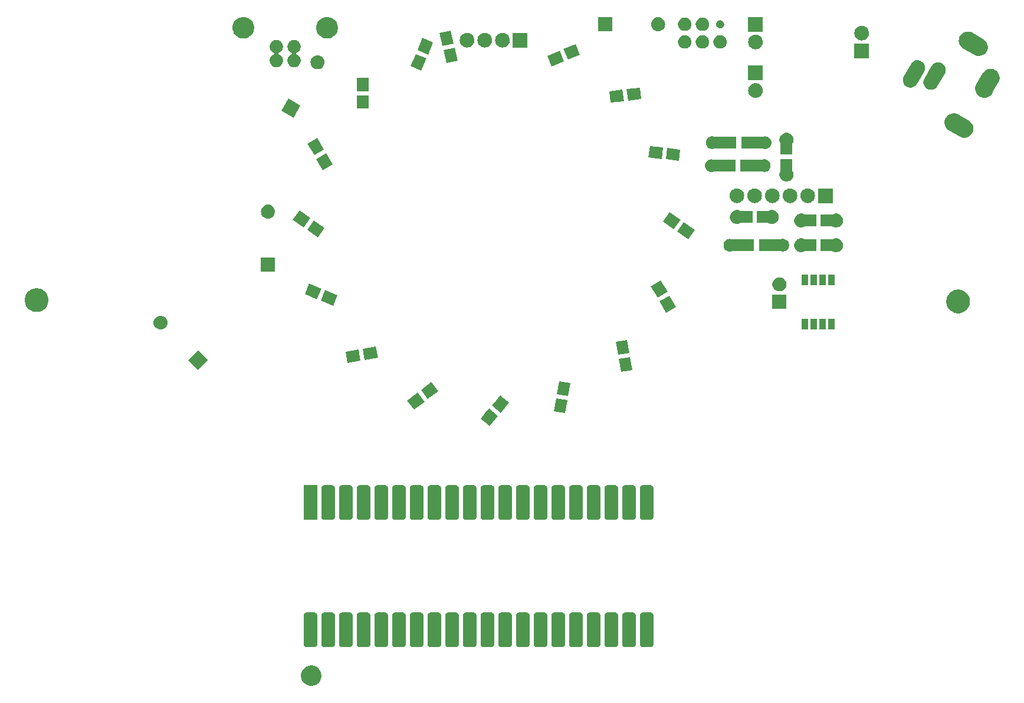
<source format=gbr>
G04 #@! TF.GenerationSoftware,KiCad,Pcbnew,(6.0.0-rc1-dev-890-g6c34fdefd)*
G04 #@! TF.CreationDate,2018-10-17T06:06:36-07:00*
G04 #@! TF.ProjectId,Stylish-Belt-Synth - Full,5374796C6973682D42656C742D53796E,rev?*
G04 #@! TF.SameCoordinates,Original*
G04 #@! TF.FileFunction,Soldermask,Bot*
G04 #@! TF.FilePolarity,Negative*
%FSLAX46Y46*%
G04 Gerber Fmt 4.6, Leading zero omitted, Abs format (unit mm)*
G04 Created by KiCad (PCBNEW (6.0.0-rc1-dev-890-g6c34fdefd)) date 10/17/2018 6:06:36 AM*
%MOMM*%
%LPD*%
G01*
G04 APERTURE LIST*
%ADD10C,0.100000*%
G04 APERTURE END LIST*
D10*
G36*
X122729781Y-149335490D02*
X122997307Y-149446303D01*
X123238074Y-149607178D01*
X123442822Y-149811926D01*
X123603697Y-150052693D01*
X123714510Y-150320219D01*
X123771000Y-150604216D01*
X123771000Y-150893784D01*
X123714510Y-151177781D01*
X123603697Y-151445307D01*
X123442822Y-151686074D01*
X123238074Y-151890822D01*
X122997307Y-152051697D01*
X122729781Y-152162510D01*
X122445784Y-152219000D01*
X122156216Y-152219000D01*
X121872219Y-152162510D01*
X121604693Y-152051697D01*
X121363926Y-151890822D01*
X121159178Y-151686074D01*
X120998303Y-151445307D01*
X120887490Y-151177781D01*
X120831000Y-150893784D01*
X120831000Y-150604216D01*
X120887490Y-150320219D01*
X120998303Y-150052693D01*
X121159178Y-149811926D01*
X121363926Y-149607178D01*
X121604693Y-149446303D01*
X121872219Y-149335490D01*
X122156216Y-149279000D01*
X122445784Y-149279000D01*
X122729781Y-149335490D01*
X122729781Y-149335490D01*
G37*
G36*
X122799024Y-141667634D02*
X122877423Y-141691416D01*
X122949668Y-141730032D01*
X123012997Y-141782003D01*
X123064968Y-141845332D01*
X123103584Y-141917577D01*
X123127366Y-141995976D01*
X123136000Y-142083640D01*
X123136000Y-146206360D01*
X123127366Y-146294024D01*
X123103584Y-146372423D01*
X123064968Y-146444668D01*
X123012997Y-146507997D01*
X122949668Y-146559968D01*
X122877423Y-146598584D01*
X122799024Y-146622366D01*
X122711360Y-146631000D01*
X121636640Y-146631000D01*
X121548976Y-146622366D01*
X121470577Y-146598584D01*
X121398332Y-146559968D01*
X121335003Y-146507997D01*
X121283032Y-146444668D01*
X121244416Y-146372423D01*
X121220634Y-146294024D01*
X121212000Y-146206360D01*
X121212000Y-142083640D01*
X121220634Y-141995976D01*
X121244416Y-141917577D01*
X121283032Y-141845332D01*
X121335003Y-141782003D01*
X121398332Y-141730032D01*
X121470577Y-141691416D01*
X121548976Y-141667634D01*
X121636640Y-141659000D01*
X122711360Y-141659000D01*
X122799024Y-141667634D01*
X122799024Y-141667634D01*
G37*
G36*
X148199024Y-141667634D02*
X148277423Y-141691416D01*
X148349668Y-141730032D01*
X148412997Y-141782003D01*
X148464968Y-141845332D01*
X148503584Y-141917577D01*
X148527366Y-141995976D01*
X148536000Y-142083640D01*
X148536000Y-146206360D01*
X148527366Y-146294024D01*
X148503584Y-146372423D01*
X148464968Y-146444668D01*
X148412997Y-146507997D01*
X148349668Y-146559968D01*
X148277423Y-146598584D01*
X148199024Y-146622366D01*
X148111360Y-146631000D01*
X147036640Y-146631000D01*
X146948976Y-146622366D01*
X146870577Y-146598584D01*
X146798332Y-146559968D01*
X146735003Y-146507997D01*
X146683032Y-146444668D01*
X146644416Y-146372423D01*
X146620634Y-146294024D01*
X146612000Y-146206360D01*
X146612000Y-142083640D01*
X146620634Y-141995976D01*
X146644416Y-141917577D01*
X146683032Y-141845332D01*
X146735003Y-141782003D01*
X146798332Y-141730032D01*
X146870577Y-141691416D01*
X146948976Y-141667634D01*
X147036640Y-141659000D01*
X148111360Y-141659000D01*
X148199024Y-141667634D01*
X148199024Y-141667634D01*
G37*
G36*
X145659024Y-141667634D02*
X145737423Y-141691416D01*
X145809668Y-141730032D01*
X145872997Y-141782003D01*
X145924968Y-141845332D01*
X145963584Y-141917577D01*
X145987366Y-141995976D01*
X145996000Y-142083640D01*
X145996000Y-146206360D01*
X145987366Y-146294024D01*
X145963584Y-146372423D01*
X145924968Y-146444668D01*
X145872997Y-146507997D01*
X145809668Y-146559968D01*
X145737423Y-146598584D01*
X145659024Y-146622366D01*
X145571360Y-146631000D01*
X144496640Y-146631000D01*
X144408976Y-146622366D01*
X144330577Y-146598584D01*
X144258332Y-146559968D01*
X144195003Y-146507997D01*
X144143032Y-146444668D01*
X144104416Y-146372423D01*
X144080634Y-146294024D01*
X144072000Y-146206360D01*
X144072000Y-142083640D01*
X144080634Y-141995976D01*
X144104416Y-141917577D01*
X144143032Y-141845332D01*
X144195003Y-141782003D01*
X144258332Y-141730032D01*
X144330577Y-141691416D01*
X144408976Y-141667634D01*
X144496640Y-141659000D01*
X145571360Y-141659000D01*
X145659024Y-141667634D01*
X145659024Y-141667634D01*
G37*
G36*
X143119024Y-141667634D02*
X143197423Y-141691416D01*
X143269668Y-141730032D01*
X143332997Y-141782003D01*
X143384968Y-141845332D01*
X143423584Y-141917577D01*
X143447366Y-141995976D01*
X143456000Y-142083640D01*
X143456000Y-146206360D01*
X143447366Y-146294024D01*
X143423584Y-146372423D01*
X143384968Y-146444668D01*
X143332997Y-146507997D01*
X143269668Y-146559968D01*
X143197423Y-146598584D01*
X143119024Y-146622366D01*
X143031360Y-146631000D01*
X141956640Y-146631000D01*
X141868976Y-146622366D01*
X141790577Y-146598584D01*
X141718332Y-146559968D01*
X141655003Y-146507997D01*
X141603032Y-146444668D01*
X141564416Y-146372423D01*
X141540634Y-146294024D01*
X141532000Y-146206360D01*
X141532000Y-142083640D01*
X141540634Y-141995976D01*
X141564416Y-141917577D01*
X141603032Y-141845332D01*
X141655003Y-141782003D01*
X141718332Y-141730032D01*
X141790577Y-141691416D01*
X141868976Y-141667634D01*
X141956640Y-141659000D01*
X143031360Y-141659000D01*
X143119024Y-141667634D01*
X143119024Y-141667634D01*
G37*
G36*
X140579024Y-141667634D02*
X140657423Y-141691416D01*
X140729668Y-141730032D01*
X140792997Y-141782003D01*
X140844968Y-141845332D01*
X140883584Y-141917577D01*
X140907366Y-141995976D01*
X140916000Y-142083640D01*
X140916000Y-146206360D01*
X140907366Y-146294024D01*
X140883584Y-146372423D01*
X140844968Y-146444668D01*
X140792997Y-146507997D01*
X140729668Y-146559968D01*
X140657423Y-146598584D01*
X140579024Y-146622366D01*
X140491360Y-146631000D01*
X139416640Y-146631000D01*
X139328976Y-146622366D01*
X139250577Y-146598584D01*
X139178332Y-146559968D01*
X139115003Y-146507997D01*
X139063032Y-146444668D01*
X139024416Y-146372423D01*
X139000634Y-146294024D01*
X138992000Y-146206360D01*
X138992000Y-142083640D01*
X139000634Y-141995976D01*
X139024416Y-141917577D01*
X139063032Y-141845332D01*
X139115003Y-141782003D01*
X139178332Y-141730032D01*
X139250577Y-141691416D01*
X139328976Y-141667634D01*
X139416640Y-141659000D01*
X140491360Y-141659000D01*
X140579024Y-141667634D01*
X140579024Y-141667634D01*
G37*
G36*
X138039024Y-141667634D02*
X138117423Y-141691416D01*
X138189668Y-141730032D01*
X138252997Y-141782003D01*
X138304968Y-141845332D01*
X138343584Y-141917577D01*
X138367366Y-141995976D01*
X138376000Y-142083640D01*
X138376000Y-146206360D01*
X138367366Y-146294024D01*
X138343584Y-146372423D01*
X138304968Y-146444668D01*
X138252997Y-146507997D01*
X138189668Y-146559968D01*
X138117423Y-146598584D01*
X138039024Y-146622366D01*
X137951360Y-146631000D01*
X136876640Y-146631000D01*
X136788976Y-146622366D01*
X136710577Y-146598584D01*
X136638332Y-146559968D01*
X136575003Y-146507997D01*
X136523032Y-146444668D01*
X136484416Y-146372423D01*
X136460634Y-146294024D01*
X136452000Y-146206360D01*
X136452000Y-142083640D01*
X136460634Y-141995976D01*
X136484416Y-141917577D01*
X136523032Y-141845332D01*
X136575003Y-141782003D01*
X136638332Y-141730032D01*
X136710577Y-141691416D01*
X136788976Y-141667634D01*
X136876640Y-141659000D01*
X137951360Y-141659000D01*
X138039024Y-141667634D01*
X138039024Y-141667634D01*
G37*
G36*
X135499024Y-141667634D02*
X135577423Y-141691416D01*
X135649668Y-141730032D01*
X135712997Y-141782003D01*
X135764968Y-141845332D01*
X135803584Y-141917577D01*
X135827366Y-141995976D01*
X135836000Y-142083640D01*
X135836000Y-146206360D01*
X135827366Y-146294024D01*
X135803584Y-146372423D01*
X135764968Y-146444668D01*
X135712997Y-146507997D01*
X135649668Y-146559968D01*
X135577423Y-146598584D01*
X135499024Y-146622366D01*
X135411360Y-146631000D01*
X134336640Y-146631000D01*
X134248976Y-146622366D01*
X134170577Y-146598584D01*
X134098332Y-146559968D01*
X134035003Y-146507997D01*
X133983032Y-146444668D01*
X133944416Y-146372423D01*
X133920634Y-146294024D01*
X133912000Y-146206360D01*
X133912000Y-142083640D01*
X133920634Y-141995976D01*
X133944416Y-141917577D01*
X133983032Y-141845332D01*
X134035003Y-141782003D01*
X134098332Y-141730032D01*
X134170577Y-141691416D01*
X134248976Y-141667634D01*
X134336640Y-141659000D01*
X135411360Y-141659000D01*
X135499024Y-141667634D01*
X135499024Y-141667634D01*
G37*
G36*
X132959024Y-141667634D02*
X133037423Y-141691416D01*
X133109668Y-141730032D01*
X133172997Y-141782003D01*
X133224968Y-141845332D01*
X133263584Y-141917577D01*
X133287366Y-141995976D01*
X133296000Y-142083640D01*
X133296000Y-146206360D01*
X133287366Y-146294024D01*
X133263584Y-146372423D01*
X133224968Y-146444668D01*
X133172997Y-146507997D01*
X133109668Y-146559968D01*
X133037423Y-146598584D01*
X132959024Y-146622366D01*
X132871360Y-146631000D01*
X131796640Y-146631000D01*
X131708976Y-146622366D01*
X131630577Y-146598584D01*
X131558332Y-146559968D01*
X131495003Y-146507997D01*
X131443032Y-146444668D01*
X131404416Y-146372423D01*
X131380634Y-146294024D01*
X131372000Y-146206360D01*
X131372000Y-142083640D01*
X131380634Y-141995976D01*
X131404416Y-141917577D01*
X131443032Y-141845332D01*
X131495003Y-141782003D01*
X131558332Y-141730032D01*
X131630577Y-141691416D01*
X131708976Y-141667634D01*
X131796640Y-141659000D01*
X132871360Y-141659000D01*
X132959024Y-141667634D01*
X132959024Y-141667634D01*
G37*
G36*
X130419024Y-141667634D02*
X130497423Y-141691416D01*
X130569668Y-141730032D01*
X130632997Y-141782003D01*
X130684968Y-141845332D01*
X130723584Y-141917577D01*
X130747366Y-141995976D01*
X130756000Y-142083640D01*
X130756000Y-146206360D01*
X130747366Y-146294024D01*
X130723584Y-146372423D01*
X130684968Y-146444668D01*
X130632997Y-146507997D01*
X130569668Y-146559968D01*
X130497423Y-146598584D01*
X130419024Y-146622366D01*
X130331360Y-146631000D01*
X129256640Y-146631000D01*
X129168976Y-146622366D01*
X129090577Y-146598584D01*
X129018332Y-146559968D01*
X128955003Y-146507997D01*
X128903032Y-146444668D01*
X128864416Y-146372423D01*
X128840634Y-146294024D01*
X128832000Y-146206360D01*
X128832000Y-142083640D01*
X128840634Y-141995976D01*
X128864416Y-141917577D01*
X128903032Y-141845332D01*
X128955003Y-141782003D01*
X129018332Y-141730032D01*
X129090577Y-141691416D01*
X129168976Y-141667634D01*
X129256640Y-141659000D01*
X130331360Y-141659000D01*
X130419024Y-141667634D01*
X130419024Y-141667634D01*
G37*
G36*
X127879024Y-141667634D02*
X127957423Y-141691416D01*
X128029668Y-141730032D01*
X128092997Y-141782003D01*
X128144968Y-141845332D01*
X128183584Y-141917577D01*
X128207366Y-141995976D01*
X128216000Y-142083640D01*
X128216000Y-146206360D01*
X128207366Y-146294024D01*
X128183584Y-146372423D01*
X128144968Y-146444668D01*
X128092997Y-146507997D01*
X128029668Y-146559968D01*
X127957423Y-146598584D01*
X127879024Y-146622366D01*
X127791360Y-146631000D01*
X126716640Y-146631000D01*
X126628976Y-146622366D01*
X126550577Y-146598584D01*
X126478332Y-146559968D01*
X126415003Y-146507997D01*
X126363032Y-146444668D01*
X126324416Y-146372423D01*
X126300634Y-146294024D01*
X126292000Y-146206360D01*
X126292000Y-142083640D01*
X126300634Y-141995976D01*
X126324416Y-141917577D01*
X126363032Y-141845332D01*
X126415003Y-141782003D01*
X126478332Y-141730032D01*
X126550577Y-141691416D01*
X126628976Y-141667634D01*
X126716640Y-141659000D01*
X127791360Y-141659000D01*
X127879024Y-141667634D01*
X127879024Y-141667634D01*
G37*
G36*
X150739024Y-141667634D02*
X150817423Y-141691416D01*
X150889668Y-141730032D01*
X150952997Y-141782003D01*
X151004968Y-141845332D01*
X151043584Y-141917577D01*
X151067366Y-141995976D01*
X151076000Y-142083640D01*
X151076000Y-146206360D01*
X151067366Y-146294024D01*
X151043584Y-146372423D01*
X151004968Y-146444668D01*
X150952997Y-146507997D01*
X150889668Y-146559968D01*
X150817423Y-146598584D01*
X150739024Y-146622366D01*
X150651360Y-146631000D01*
X149576640Y-146631000D01*
X149488976Y-146622366D01*
X149410577Y-146598584D01*
X149338332Y-146559968D01*
X149275003Y-146507997D01*
X149223032Y-146444668D01*
X149184416Y-146372423D01*
X149160634Y-146294024D01*
X149152000Y-146206360D01*
X149152000Y-142083640D01*
X149160634Y-141995976D01*
X149184416Y-141917577D01*
X149223032Y-141845332D01*
X149275003Y-141782003D01*
X149338332Y-141730032D01*
X149410577Y-141691416D01*
X149488976Y-141667634D01*
X149576640Y-141659000D01*
X150651360Y-141659000D01*
X150739024Y-141667634D01*
X150739024Y-141667634D01*
G37*
G36*
X125339024Y-141667634D02*
X125417423Y-141691416D01*
X125489668Y-141730032D01*
X125552997Y-141782003D01*
X125604968Y-141845332D01*
X125643584Y-141917577D01*
X125667366Y-141995976D01*
X125676000Y-142083640D01*
X125676000Y-146206360D01*
X125667366Y-146294024D01*
X125643584Y-146372423D01*
X125604968Y-146444668D01*
X125552997Y-146507997D01*
X125489668Y-146559968D01*
X125417423Y-146598584D01*
X125339024Y-146622366D01*
X125251360Y-146631000D01*
X124176640Y-146631000D01*
X124088976Y-146622366D01*
X124010577Y-146598584D01*
X123938332Y-146559968D01*
X123875003Y-146507997D01*
X123823032Y-146444668D01*
X123784416Y-146372423D01*
X123760634Y-146294024D01*
X123752000Y-146206360D01*
X123752000Y-142083640D01*
X123760634Y-141995976D01*
X123784416Y-141917577D01*
X123823032Y-141845332D01*
X123875003Y-141782003D01*
X123938332Y-141730032D01*
X124010577Y-141691416D01*
X124088976Y-141667634D01*
X124176640Y-141659000D01*
X125251360Y-141659000D01*
X125339024Y-141667634D01*
X125339024Y-141667634D01*
G37*
G36*
X171059024Y-141667634D02*
X171137423Y-141691416D01*
X171209668Y-141730032D01*
X171272997Y-141782003D01*
X171324968Y-141845332D01*
X171363584Y-141917577D01*
X171387366Y-141995976D01*
X171396000Y-142083640D01*
X171396000Y-146206360D01*
X171387366Y-146294024D01*
X171363584Y-146372423D01*
X171324968Y-146444668D01*
X171272997Y-146507997D01*
X171209668Y-146559968D01*
X171137423Y-146598584D01*
X171059024Y-146622366D01*
X170971360Y-146631000D01*
X169896640Y-146631000D01*
X169808976Y-146622366D01*
X169730577Y-146598584D01*
X169658332Y-146559968D01*
X169595003Y-146507997D01*
X169543032Y-146444668D01*
X169504416Y-146372423D01*
X169480634Y-146294024D01*
X169472000Y-146206360D01*
X169472000Y-142083640D01*
X169480634Y-141995976D01*
X169504416Y-141917577D01*
X169543032Y-141845332D01*
X169595003Y-141782003D01*
X169658332Y-141730032D01*
X169730577Y-141691416D01*
X169808976Y-141667634D01*
X169896640Y-141659000D01*
X170971360Y-141659000D01*
X171059024Y-141667634D01*
X171059024Y-141667634D01*
G37*
G36*
X168519024Y-141667634D02*
X168597423Y-141691416D01*
X168669668Y-141730032D01*
X168732997Y-141782003D01*
X168784968Y-141845332D01*
X168823584Y-141917577D01*
X168847366Y-141995976D01*
X168856000Y-142083640D01*
X168856000Y-146206360D01*
X168847366Y-146294024D01*
X168823584Y-146372423D01*
X168784968Y-146444668D01*
X168732997Y-146507997D01*
X168669668Y-146559968D01*
X168597423Y-146598584D01*
X168519024Y-146622366D01*
X168431360Y-146631000D01*
X167356640Y-146631000D01*
X167268976Y-146622366D01*
X167190577Y-146598584D01*
X167118332Y-146559968D01*
X167055003Y-146507997D01*
X167003032Y-146444668D01*
X166964416Y-146372423D01*
X166940634Y-146294024D01*
X166932000Y-146206360D01*
X166932000Y-142083640D01*
X166940634Y-141995976D01*
X166964416Y-141917577D01*
X167003032Y-141845332D01*
X167055003Y-141782003D01*
X167118332Y-141730032D01*
X167190577Y-141691416D01*
X167268976Y-141667634D01*
X167356640Y-141659000D01*
X168431360Y-141659000D01*
X168519024Y-141667634D01*
X168519024Y-141667634D01*
G37*
G36*
X165979024Y-141667634D02*
X166057423Y-141691416D01*
X166129668Y-141730032D01*
X166192997Y-141782003D01*
X166244968Y-141845332D01*
X166283584Y-141917577D01*
X166307366Y-141995976D01*
X166316000Y-142083640D01*
X166316000Y-146206360D01*
X166307366Y-146294024D01*
X166283584Y-146372423D01*
X166244968Y-146444668D01*
X166192997Y-146507997D01*
X166129668Y-146559968D01*
X166057423Y-146598584D01*
X165979024Y-146622366D01*
X165891360Y-146631000D01*
X164816640Y-146631000D01*
X164728976Y-146622366D01*
X164650577Y-146598584D01*
X164578332Y-146559968D01*
X164515003Y-146507997D01*
X164463032Y-146444668D01*
X164424416Y-146372423D01*
X164400634Y-146294024D01*
X164392000Y-146206360D01*
X164392000Y-142083640D01*
X164400634Y-141995976D01*
X164424416Y-141917577D01*
X164463032Y-141845332D01*
X164515003Y-141782003D01*
X164578332Y-141730032D01*
X164650577Y-141691416D01*
X164728976Y-141667634D01*
X164816640Y-141659000D01*
X165891360Y-141659000D01*
X165979024Y-141667634D01*
X165979024Y-141667634D01*
G37*
G36*
X163439024Y-141667634D02*
X163517423Y-141691416D01*
X163589668Y-141730032D01*
X163652997Y-141782003D01*
X163704968Y-141845332D01*
X163743584Y-141917577D01*
X163767366Y-141995976D01*
X163776000Y-142083640D01*
X163776000Y-146206360D01*
X163767366Y-146294024D01*
X163743584Y-146372423D01*
X163704968Y-146444668D01*
X163652997Y-146507997D01*
X163589668Y-146559968D01*
X163517423Y-146598584D01*
X163439024Y-146622366D01*
X163351360Y-146631000D01*
X162276640Y-146631000D01*
X162188976Y-146622366D01*
X162110577Y-146598584D01*
X162038332Y-146559968D01*
X161975003Y-146507997D01*
X161923032Y-146444668D01*
X161884416Y-146372423D01*
X161860634Y-146294024D01*
X161852000Y-146206360D01*
X161852000Y-142083640D01*
X161860634Y-141995976D01*
X161884416Y-141917577D01*
X161923032Y-141845332D01*
X161975003Y-141782003D01*
X162038332Y-141730032D01*
X162110577Y-141691416D01*
X162188976Y-141667634D01*
X162276640Y-141659000D01*
X163351360Y-141659000D01*
X163439024Y-141667634D01*
X163439024Y-141667634D01*
G37*
G36*
X160899024Y-141667634D02*
X160977423Y-141691416D01*
X161049668Y-141730032D01*
X161112997Y-141782003D01*
X161164968Y-141845332D01*
X161203584Y-141917577D01*
X161227366Y-141995976D01*
X161236000Y-142083640D01*
X161236000Y-146206360D01*
X161227366Y-146294024D01*
X161203584Y-146372423D01*
X161164968Y-146444668D01*
X161112997Y-146507997D01*
X161049668Y-146559968D01*
X160977423Y-146598584D01*
X160899024Y-146622366D01*
X160811360Y-146631000D01*
X159736640Y-146631000D01*
X159648976Y-146622366D01*
X159570577Y-146598584D01*
X159498332Y-146559968D01*
X159435003Y-146507997D01*
X159383032Y-146444668D01*
X159344416Y-146372423D01*
X159320634Y-146294024D01*
X159312000Y-146206360D01*
X159312000Y-142083640D01*
X159320634Y-141995976D01*
X159344416Y-141917577D01*
X159383032Y-141845332D01*
X159435003Y-141782003D01*
X159498332Y-141730032D01*
X159570577Y-141691416D01*
X159648976Y-141667634D01*
X159736640Y-141659000D01*
X160811360Y-141659000D01*
X160899024Y-141667634D01*
X160899024Y-141667634D01*
G37*
G36*
X158359024Y-141667634D02*
X158437423Y-141691416D01*
X158509668Y-141730032D01*
X158572997Y-141782003D01*
X158624968Y-141845332D01*
X158663584Y-141917577D01*
X158687366Y-141995976D01*
X158696000Y-142083640D01*
X158696000Y-146206360D01*
X158687366Y-146294024D01*
X158663584Y-146372423D01*
X158624968Y-146444668D01*
X158572997Y-146507997D01*
X158509668Y-146559968D01*
X158437423Y-146598584D01*
X158359024Y-146622366D01*
X158271360Y-146631000D01*
X157196640Y-146631000D01*
X157108976Y-146622366D01*
X157030577Y-146598584D01*
X156958332Y-146559968D01*
X156895003Y-146507997D01*
X156843032Y-146444668D01*
X156804416Y-146372423D01*
X156780634Y-146294024D01*
X156772000Y-146206360D01*
X156772000Y-142083640D01*
X156780634Y-141995976D01*
X156804416Y-141917577D01*
X156843032Y-141845332D01*
X156895003Y-141782003D01*
X156958332Y-141730032D01*
X157030577Y-141691416D01*
X157108976Y-141667634D01*
X157196640Y-141659000D01*
X158271360Y-141659000D01*
X158359024Y-141667634D01*
X158359024Y-141667634D01*
G37*
G36*
X155819024Y-141667634D02*
X155897423Y-141691416D01*
X155969668Y-141730032D01*
X156032997Y-141782003D01*
X156084968Y-141845332D01*
X156123584Y-141917577D01*
X156147366Y-141995976D01*
X156156000Y-142083640D01*
X156156000Y-146206360D01*
X156147366Y-146294024D01*
X156123584Y-146372423D01*
X156084968Y-146444668D01*
X156032997Y-146507997D01*
X155969668Y-146559968D01*
X155897423Y-146598584D01*
X155819024Y-146622366D01*
X155731360Y-146631000D01*
X154656640Y-146631000D01*
X154568976Y-146622366D01*
X154490577Y-146598584D01*
X154418332Y-146559968D01*
X154355003Y-146507997D01*
X154303032Y-146444668D01*
X154264416Y-146372423D01*
X154240634Y-146294024D01*
X154232000Y-146206360D01*
X154232000Y-142083640D01*
X154240634Y-141995976D01*
X154264416Y-141917577D01*
X154303032Y-141845332D01*
X154355003Y-141782003D01*
X154418332Y-141730032D01*
X154490577Y-141691416D01*
X154568976Y-141667634D01*
X154656640Y-141659000D01*
X155731360Y-141659000D01*
X155819024Y-141667634D01*
X155819024Y-141667634D01*
G37*
G36*
X153279024Y-141667634D02*
X153357423Y-141691416D01*
X153429668Y-141730032D01*
X153492997Y-141782003D01*
X153544968Y-141845332D01*
X153583584Y-141917577D01*
X153607366Y-141995976D01*
X153616000Y-142083640D01*
X153616000Y-146206360D01*
X153607366Y-146294024D01*
X153583584Y-146372423D01*
X153544968Y-146444668D01*
X153492997Y-146507997D01*
X153429668Y-146559968D01*
X153357423Y-146598584D01*
X153279024Y-146622366D01*
X153191360Y-146631000D01*
X152116640Y-146631000D01*
X152028976Y-146622366D01*
X151950577Y-146598584D01*
X151878332Y-146559968D01*
X151815003Y-146507997D01*
X151763032Y-146444668D01*
X151724416Y-146372423D01*
X151700634Y-146294024D01*
X151692000Y-146206360D01*
X151692000Y-142083640D01*
X151700634Y-141995976D01*
X151724416Y-141917577D01*
X151763032Y-141845332D01*
X151815003Y-141782003D01*
X151878332Y-141730032D01*
X151950577Y-141691416D01*
X152028976Y-141667634D01*
X152116640Y-141659000D01*
X153191360Y-141659000D01*
X153279024Y-141667634D01*
X153279024Y-141667634D01*
G37*
G36*
X171059024Y-123379634D02*
X171137423Y-123403416D01*
X171209668Y-123442032D01*
X171272997Y-123494003D01*
X171324968Y-123557332D01*
X171363584Y-123629577D01*
X171387366Y-123707976D01*
X171396000Y-123795640D01*
X171396000Y-127918360D01*
X171387366Y-128006024D01*
X171363584Y-128084423D01*
X171324968Y-128156668D01*
X171272997Y-128219997D01*
X171209668Y-128271968D01*
X171137423Y-128310584D01*
X171059024Y-128334366D01*
X170971360Y-128343000D01*
X169896640Y-128343000D01*
X169808976Y-128334366D01*
X169730577Y-128310584D01*
X169658332Y-128271968D01*
X169595003Y-128219997D01*
X169543032Y-128156668D01*
X169504416Y-128084423D01*
X169480634Y-128006024D01*
X169472000Y-127918360D01*
X169472000Y-123795640D01*
X169480634Y-123707976D01*
X169504416Y-123629577D01*
X169543032Y-123557332D01*
X169595003Y-123494003D01*
X169658332Y-123442032D01*
X169730577Y-123403416D01*
X169808976Y-123379634D01*
X169896640Y-123371000D01*
X170971360Y-123371000D01*
X171059024Y-123379634D01*
X171059024Y-123379634D01*
G37*
G36*
X168519024Y-123379634D02*
X168597423Y-123403416D01*
X168669668Y-123442032D01*
X168732997Y-123494003D01*
X168784968Y-123557332D01*
X168823584Y-123629577D01*
X168847366Y-123707976D01*
X168856000Y-123795640D01*
X168856000Y-127918360D01*
X168847366Y-128006024D01*
X168823584Y-128084423D01*
X168784968Y-128156668D01*
X168732997Y-128219997D01*
X168669668Y-128271968D01*
X168597423Y-128310584D01*
X168519024Y-128334366D01*
X168431360Y-128343000D01*
X167356640Y-128343000D01*
X167268976Y-128334366D01*
X167190577Y-128310584D01*
X167118332Y-128271968D01*
X167055003Y-128219997D01*
X167003032Y-128156668D01*
X166964416Y-128084423D01*
X166940634Y-128006024D01*
X166932000Y-127918360D01*
X166932000Y-123795640D01*
X166940634Y-123707976D01*
X166964416Y-123629577D01*
X167003032Y-123557332D01*
X167055003Y-123494003D01*
X167118332Y-123442032D01*
X167190577Y-123403416D01*
X167268976Y-123379634D01*
X167356640Y-123371000D01*
X168431360Y-123371000D01*
X168519024Y-123379634D01*
X168519024Y-123379634D01*
G37*
G36*
X165979024Y-123379634D02*
X166057423Y-123403416D01*
X166129668Y-123442032D01*
X166192997Y-123494003D01*
X166244968Y-123557332D01*
X166283584Y-123629577D01*
X166307366Y-123707976D01*
X166316000Y-123795640D01*
X166316000Y-127918360D01*
X166307366Y-128006024D01*
X166283584Y-128084423D01*
X166244968Y-128156668D01*
X166192997Y-128219997D01*
X166129668Y-128271968D01*
X166057423Y-128310584D01*
X165979024Y-128334366D01*
X165891360Y-128343000D01*
X164816640Y-128343000D01*
X164728976Y-128334366D01*
X164650577Y-128310584D01*
X164578332Y-128271968D01*
X164515003Y-128219997D01*
X164463032Y-128156668D01*
X164424416Y-128084423D01*
X164400634Y-128006024D01*
X164392000Y-127918360D01*
X164392000Y-123795640D01*
X164400634Y-123707976D01*
X164424416Y-123629577D01*
X164463032Y-123557332D01*
X164515003Y-123494003D01*
X164578332Y-123442032D01*
X164650577Y-123403416D01*
X164728976Y-123379634D01*
X164816640Y-123371000D01*
X165891360Y-123371000D01*
X165979024Y-123379634D01*
X165979024Y-123379634D01*
G37*
G36*
X160899024Y-123379634D02*
X160977423Y-123403416D01*
X161049668Y-123442032D01*
X161112997Y-123494003D01*
X161164968Y-123557332D01*
X161203584Y-123629577D01*
X161227366Y-123707976D01*
X161236000Y-123795640D01*
X161236000Y-127918360D01*
X161227366Y-128006024D01*
X161203584Y-128084423D01*
X161164968Y-128156668D01*
X161112997Y-128219997D01*
X161049668Y-128271968D01*
X160977423Y-128310584D01*
X160899024Y-128334366D01*
X160811360Y-128343000D01*
X159736640Y-128343000D01*
X159648976Y-128334366D01*
X159570577Y-128310584D01*
X159498332Y-128271968D01*
X159435003Y-128219997D01*
X159383032Y-128156668D01*
X159344416Y-128084423D01*
X159320634Y-128006024D01*
X159312000Y-127918360D01*
X159312000Y-123795640D01*
X159320634Y-123707976D01*
X159344416Y-123629577D01*
X159383032Y-123557332D01*
X159435003Y-123494003D01*
X159498332Y-123442032D01*
X159570577Y-123403416D01*
X159648976Y-123379634D01*
X159736640Y-123371000D01*
X160811360Y-123371000D01*
X160899024Y-123379634D01*
X160899024Y-123379634D01*
G37*
G36*
X158359024Y-123379634D02*
X158437423Y-123403416D01*
X158509668Y-123442032D01*
X158572997Y-123494003D01*
X158624968Y-123557332D01*
X158663584Y-123629577D01*
X158687366Y-123707976D01*
X158696000Y-123795640D01*
X158696000Y-127918360D01*
X158687366Y-128006024D01*
X158663584Y-128084423D01*
X158624968Y-128156668D01*
X158572997Y-128219997D01*
X158509668Y-128271968D01*
X158437423Y-128310584D01*
X158359024Y-128334366D01*
X158271360Y-128343000D01*
X157196640Y-128343000D01*
X157108976Y-128334366D01*
X157030577Y-128310584D01*
X156958332Y-128271968D01*
X156895003Y-128219997D01*
X156843032Y-128156668D01*
X156804416Y-128084423D01*
X156780634Y-128006024D01*
X156772000Y-127918360D01*
X156772000Y-123795640D01*
X156780634Y-123707976D01*
X156804416Y-123629577D01*
X156843032Y-123557332D01*
X156895003Y-123494003D01*
X156958332Y-123442032D01*
X157030577Y-123403416D01*
X157108976Y-123379634D01*
X157196640Y-123371000D01*
X158271360Y-123371000D01*
X158359024Y-123379634D01*
X158359024Y-123379634D01*
G37*
G36*
X155819024Y-123379634D02*
X155897423Y-123403416D01*
X155969668Y-123442032D01*
X156032997Y-123494003D01*
X156084968Y-123557332D01*
X156123584Y-123629577D01*
X156147366Y-123707976D01*
X156156000Y-123795640D01*
X156156000Y-127918360D01*
X156147366Y-128006024D01*
X156123584Y-128084423D01*
X156084968Y-128156668D01*
X156032997Y-128219997D01*
X155969668Y-128271968D01*
X155897423Y-128310584D01*
X155819024Y-128334366D01*
X155731360Y-128343000D01*
X154656640Y-128343000D01*
X154568976Y-128334366D01*
X154490577Y-128310584D01*
X154418332Y-128271968D01*
X154355003Y-128219997D01*
X154303032Y-128156668D01*
X154264416Y-128084423D01*
X154240634Y-128006024D01*
X154232000Y-127918360D01*
X154232000Y-123795640D01*
X154240634Y-123707976D01*
X154264416Y-123629577D01*
X154303032Y-123557332D01*
X154355003Y-123494003D01*
X154418332Y-123442032D01*
X154490577Y-123403416D01*
X154568976Y-123379634D01*
X154656640Y-123371000D01*
X155731360Y-123371000D01*
X155819024Y-123379634D01*
X155819024Y-123379634D01*
G37*
G36*
X153279024Y-123379634D02*
X153357423Y-123403416D01*
X153429668Y-123442032D01*
X153492997Y-123494003D01*
X153544968Y-123557332D01*
X153583584Y-123629577D01*
X153607366Y-123707976D01*
X153616000Y-123795640D01*
X153616000Y-127918360D01*
X153607366Y-128006024D01*
X153583584Y-128084423D01*
X153544968Y-128156668D01*
X153492997Y-128219997D01*
X153429668Y-128271968D01*
X153357423Y-128310584D01*
X153279024Y-128334366D01*
X153191360Y-128343000D01*
X152116640Y-128343000D01*
X152028976Y-128334366D01*
X151950577Y-128310584D01*
X151878332Y-128271968D01*
X151815003Y-128219997D01*
X151763032Y-128156668D01*
X151724416Y-128084423D01*
X151700634Y-128006024D01*
X151692000Y-127918360D01*
X151692000Y-123795640D01*
X151700634Y-123707976D01*
X151724416Y-123629577D01*
X151763032Y-123557332D01*
X151815003Y-123494003D01*
X151878332Y-123442032D01*
X151950577Y-123403416D01*
X152028976Y-123379634D01*
X152116640Y-123371000D01*
X153191360Y-123371000D01*
X153279024Y-123379634D01*
X153279024Y-123379634D01*
G37*
G36*
X150739024Y-123379634D02*
X150817423Y-123403416D01*
X150889668Y-123442032D01*
X150952997Y-123494003D01*
X151004968Y-123557332D01*
X151043584Y-123629577D01*
X151067366Y-123707976D01*
X151076000Y-123795640D01*
X151076000Y-127918360D01*
X151067366Y-128006024D01*
X151043584Y-128084423D01*
X151004968Y-128156668D01*
X150952997Y-128219997D01*
X150889668Y-128271968D01*
X150817423Y-128310584D01*
X150739024Y-128334366D01*
X150651360Y-128343000D01*
X149576640Y-128343000D01*
X149488976Y-128334366D01*
X149410577Y-128310584D01*
X149338332Y-128271968D01*
X149275003Y-128219997D01*
X149223032Y-128156668D01*
X149184416Y-128084423D01*
X149160634Y-128006024D01*
X149152000Y-127918360D01*
X149152000Y-123795640D01*
X149160634Y-123707976D01*
X149184416Y-123629577D01*
X149223032Y-123557332D01*
X149275003Y-123494003D01*
X149338332Y-123442032D01*
X149410577Y-123403416D01*
X149488976Y-123379634D01*
X149576640Y-123371000D01*
X150651360Y-123371000D01*
X150739024Y-123379634D01*
X150739024Y-123379634D01*
G37*
G36*
X123136000Y-128343000D02*
X121212000Y-128343000D01*
X121212000Y-123371000D01*
X123136000Y-123371000D01*
X123136000Y-128343000D01*
X123136000Y-128343000D01*
G37*
G36*
X163439024Y-123379634D02*
X163517423Y-123403416D01*
X163589668Y-123442032D01*
X163652997Y-123494003D01*
X163704968Y-123557332D01*
X163743584Y-123629577D01*
X163767366Y-123707976D01*
X163776000Y-123795640D01*
X163776000Y-127918360D01*
X163767366Y-128006024D01*
X163743584Y-128084423D01*
X163704968Y-128156668D01*
X163652997Y-128219997D01*
X163589668Y-128271968D01*
X163517423Y-128310584D01*
X163439024Y-128334366D01*
X163351360Y-128343000D01*
X162276640Y-128343000D01*
X162188976Y-128334366D01*
X162110577Y-128310584D01*
X162038332Y-128271968D01*
X161975003Y-128219997D01*
X161923032Y-128156668D01*
X161884416Y-128084423D01*
X161860634Y-128006024D01*
X161852000Y-127918360D01*
X161852000Y-123795640D01*
X161860634Y-123707976D01*
X161884416Y-123629577D01*
X161923032Y-123557332D01*
X161975003Y-123494003D01*
X162038332Y-123442032D01*
X162110577Y-123403416D01*
X162188976Y-123379634D01*
X162276640Y-123371000D01*
X163351360Y-123371000D01*
X163439024Y-123379634D01*
X163439024Y-123379634D01*
G37*
G36*
X127879024Y-123379634D02*
X127957423Y-123403416D01*
X128029668Y-123442032D01*
X128092997Y-123494003D01*
X128144968Y-123557332D01*
X128183584Y-123629577D01*
X128207366Y-123707976D01*
X128216000Y-123795640D01*
X128216000Y-127918360D01*
X128207366Y-128006024D01*
X128183584Y-128084423D01*
X128144968Y-128156668D01*
X128092997Y-128219997D01*
X128029668Y-128271968D01*
X127957423Y-128310584D01*
X127879024Y-128334366D01*
X127791360Y-128343000D01*
X126716640Y-128343000D01*
X126628976Y-128334366D01*
X126550577Y-128310584D01*
X126478332Y-128271968D01*
X126415003Y-128219997D01*
X126363032Y-128156668D01*
X126324416Y-128084423D01*
X126300634Y-128006024D01*
X126292000Y-127918360D01*
X126292000Y-123795640D01*
X126300634Y-123707976D01*
X126324416Y-123629577D01*
X126363032Y-123557332D01*
X126415003Y-123494003D01*
X126478332Y-123442032D01*
X126550577Y-123403416D01*
X126628976Y-123379634D01*
X126716640Y-123371000D01*
X127791360Y-123371000D01*
X127879024Y-123379634D01*
X127879024Y-123379634D01*
G37*
G36*
X125339024Y-123379634D02*
X125417423Y-123403416D01*
X125489668Y-123442032D01*
X125552997Y-123494003D01*
X125604968Y-123557332D01*
X125643584Y-123629577D01*
X125667366Y-123707976D01*
X125676000Y-123795640D01*
X125676000Y-127918360D01*
X125667366Y-128006024D01*
X125643584Y-128084423D01*
X125604968Y-128156668D01*
X125552997Y-128219997D01*
X125489668Y-128271968D01*
X125417423Y-128310584D01*
X125339024Y-128334366D01*
X125251360Y-128343000D01*
X124176640Y-128343000D01*
X124088976Y-128334366D01*
X124010577Y-128310584D01*
X123938332Y-128271968D01*
X123875003Y-128219997D01*
X123823032Y-128156668D01*
X123784416Y-128084423D01*
X123760634Y-128006024D01*
X123752000Y-127918360D01*
X123752000Y-123795640D01*
X123760634Y-123707976D01*
X123784416Y-123629577D01*
X123823032Y-123557332D01*
X123875003Y-123494003D01*
X123938332Y-123442032D01*
X124010577Y-123403416D01*
X124088976Y-123379634D01*
X124176640Y-123371000D01*
X125251360Y-123371000D01*
X125339024Y-123379634D01*
X125339024Y-123379634D01*
G37*
G36*
X148199024Y-123379634D02*
X148277423Y-123403416D01*
X148349668Y-123442032D01*
X148412997Y-123494003D01*
X148464968Y-123557332D01*
X148503584Y-123629577D01*
X148527366Y-123707976D01*
X148536000Y-123795640D01*
X148536000Y-127918360D01*
X148527366Y-128006024D01*
X148503584Y-128084423D01*
X148464968Y-128156668D01*
X148412997Y-128219997D01*
X148349668Y-128271968D01*
X148277423Y-128310584D01*
X148199024Y-128334366D01*
X148111360Y-128343000D01*
X147036640Y-128343000D01*
X146948976Y-128334366D01*
X146870577Y-128310584D01*
X146798332Y-128271968D01*
X146735003Y-128219997D01*
X146683032Y-128156668D01*
X146644416Y-128084423D01*
X146620634Y-128006024D01*
X146612000Y-127918360D01*
X146612000Y-123795640D01*
X146620634Y-123707976D01*
X146644416Y-123629577D01*
X146683032Y-123557332D01*
X146735003Y-123494003D01*
X146798332Y-123442032D01*
X146870577Y-123403416D01*
X146948976Y-123379634D01*
X147036640Y-123371000D01*
X148111360Y-123371000D01*
X148199024Y-123379634D01*
X148199024Y-123379634D01*
G37*
G36*
X145659024Y-123379634D02*
X145737423Y-123403416D01*
X145809668Y-123442032D01*
X145872997Y-123494003D01*
X145924968Y-123557332D01*
X145963584Y-123629577D01*
X145987366Y-123707976D01*
X145996000Y-123795640D01*
X145996000Y-127918360D01*
X145987366Y-128006024D01*
X145963584Y-128084423D01*
X145924968Y-128156668D01*
X145872997Y-128219997D01*
X145809668Y-128271968D01*
X145737423Y-128310584D01*
X145659024Y-128334366D01*
X145571360Y-128343000D01*
X144496640Y-128343000D01*
X144408976Y-128334366D01*
X144330577Y-128310584D01*
X144258332Y-128271968D01*
X144195003Y-128219997D01*
X144143032Y-128156668D01*
X144104416Y-128084423D01*
X144080634Y-128006024D01*
X144072000Y-127918360D01*
X144072000Y-123795640D01*
X144080634Y-123707976D01*
X144104416Y-123629577D01*
X144143032Y-123557332D01*
X144195003Y-123494003D01*
X144258332Y-123442032D01*
X144330577Y-123403416D01*
X144408976Y-123379634D01*
X144496640Y-123371000D01*
X145571360Y-123371000D01*
X145659024Y-123379634D01*
X145659024Y-123379634D01*
G37*
G36*
X143119024Y-123379634D02*
X143197423Y-123403416D01*
X143269668Y-123442032D01*
X143332997Y-123494003D01*
X143384968Y-123557332D01*
X143423584Y-123629577D01*
X143447366Y-123707976D01*
X143456000Y-123795640D01*
X143456000Y-127918360D01*
X143447366Y-128006024D01*
X143423584Y-128084423D01*
X143384968Y-128156668D01*
X143332997Y-128219997D01*
X143269668Y-128271968D01*
X143197423Y-128310584D01*
X143119024Y-128334366D01*
X143031360Y-128343000D01*
X141956640Y-128343000D01*
X141868976Y-128334366D01*
X141790577Y-128310584D01*
X141718332Y-128271968D01*
X141655003Y-128219997D01*
X141603032Y-128156668D01*
X141564416Y-128084423D01*
X141540634Y-128006024D01*
X141532000Y-127918360D01*
X141532000Y-123795640D01*
X141540634Y-123707976D01*
X141564416Y-123629577D01*
X141603032Y-123557332D01*
X141655003Y-123494003D01*
X141718332Y-123442032D01*
X141790577Y-123403416D01*
X141868976Y-123379634D01*
X141956640Y-123371000D01*
X143031360Y-123371000D01*
X143119024Y-123379634D01*
X143119024Y-123379634D01*
G37*
G36*
X140579024Y-123379634D02*
X140657423Y-123403416D01*
X140729668Y-123442032D01*
X140792997Y-123494003D01*
X140844968Y-123557332D01*
X140883584Y-123629577D01*
X140907366Y-123707976D01*
X140916000Y-123795640D01*
X140916000Y-127918360D01*
X140907366Y-128006024D01*
X140883584Y-128084423D01*
X140844968Y-128156668D01*
X140792997Y-128219997D01*
X140729668Y-128271968D01*
X140657423Y-128310584D01*
X140579024Y-128334366D01*
X140491360Y-128343000D01*
X139416640Y-128343000D01*
X139328976Y-128334366D01*
X139250577Y-128310584D01*
X139178332Y-128271968D01*
X139115003Y-128219997D01*
X139063032Y-128156668D01*
X139024416Y-128084423D01*
X139000634Y-128006024D01*
X138992000Y-127918360D01*
X138992000Y-123795640D01*
X139000634Y-123707976D01*
X139024416Y-123629577D01*
X139063032Y-123557332D01*
X139115003Y-123494003D01*
X139178332Y-123442032D01*
X139250577Y-123403416D01*
X139328976Y-123379634D01*
X139416640Y-123371000D01*
X140491360Y-123371000D01*
X140579024Y-123379634D01*
X140579024Y-123379634D01*
G37*
G36*
X138039024Y-123379634D02*
X138117423Y-123403416D01*
X138189668Y-123442032D01*
X138252997Y-123494003D01*
X138304968Y-123557332D01*
X138343584Y-123629577D01*
X138367366Y-123707976D01*
X138376000Y-123795640D01*
X138376000Y-127918360D01*
X138367366Y-128006024D01*
X138343584Y-128084423D01*
X138304968Y-128156668D01*
X138252997Y-128219997D01*
X138189668Y-128271968D01*
X138117423Y-128310584D01*
X138039024Y-128334366D01*
X137951360Y-128343000D01*
X136876640Y-128343000D01*
X136788976Y-128334366D01*
X136710577Y-128310584D01*
X136638332Y-128271968D01*
X136575003Y-128219997D01*
X136523032Y-128156668D01*
X136484416Y-128084423D01*
X136460634Y-128006024D01*
X136452000Y-127918360D01*
X136452000Y-123795640D01*
X136460634Y-123707976D01*
X136484416Y-123629577D01*
X136523032Y-123557332D01*
X136575003Y-123494003D01*
X136638332Y-123442032D01*
X136710577Y-123403416D01*
X136788976Y-123379634D01*
X136876640Y-123371000D01*
X137951360Y-123371000D01*
X138039024Y-123379634D01*
X138039024Y-123379634D01*
G37*
G36*
X135499024Y-123379634D02*
X135577423Y-123403416D01*
X135649668Y-123442032D01*
X135712997Y-123494003D01*
X135764968Y-123557332D01*
X135803584Y-123629577D01*
X135827366Y-123707976D01*
X135836000Y-123795640D01*
X135836000Y-127918360D01*
X135827366Y-128006024D01*
X135803584Y-128084423D01*
X135764968Y-128156668D01*
X135712997Y-128219997D01*
X135649668Y-128271968D01*
X135577423Y-128310584D01*
X135499024Y-128334366D01*
X135411360Y-128343000D01*
X134336640Y-128343000D01*
X134248976Y-128334366D01*
X134170577Y-128310584D01*
X134098332Y-128271968D01*
X134035003Y-128219997D01*
X133983032Y-128156668D01*
X133944416Y-128084423D01*
X133920634Y-128006024D01*
X133912000Y-127918360D01*
X133912000Y-123795640D01*
X133920634Y-123707976D01*
X133944416Y-123629577D01*
X133983032Y-123557332D01*
X134035003Y-123494003D01*
X134098332Y-123442032D01*
X134170577Y-123403416D01*
X134248976Y-123379634D01*
X134336640Y-123371000D01*
X135411360Y-123371000D01*
X135499024Y-123379634D01*
X135499024Y-123379634D01*
G37*
G36*
X132959024Y-123379634D02*
X133037423Y-123403416D01*
X133109668Y-123442032D01*
X133172997Y-123494003D01*
X133224968Y-123557332D01*
X133263584Y-123629577D01*
X133287366Y-123707976D01*
X133296000Y-123795640D01*
X133296000Y-127918360D01*
X133287366Y-128006024D01*
X133263584Y-128084423D01*
X133224968Y-128156668D01*
X133172997Y-128219997D01*
X133109668Y-128271968D01*
X133037423Y-128310584D01*
X132959024Y-128334366D01*
X132871360Y-128343000D01*
X131796640Y-128343000D01*
X131708976Y-128334366D01*
X131630577Y-128310584D01*
X131558332Y-128271968D01*
X131495003Y-128219997D01*
X131443032Y-128156668D01*
X131404416Y-128084423D01*
X131380634Y-128006024D01*
X131372000Y-127918360D01*
X131372000Y-123795640D01*
X131380634Y-123707976D01*
X131404416Y-123629577D01*
X131443032Y-123557332D01*
X131495003Y-123494003D01*
X131558332Y-123442032D01*
X131630577Y-123403416D01*
X131708976Y-123379634D01*
X131796640Y-123371000D01*
X132871360Y-123371000D01*
X132959024Y-123379634D01*
X132959024Y-123379634D01*
G37*
G36*
X130419024Y-123379634D02*
X130497423Y-123403416D01*
X130569668Y-123442032D01*
X130632997Y-123494003D01*
X130684968Y-123557332D01*
X130723584Y-123629577D01*
X130747366Y-123707976D01*
X130756000Y-123795640D01*
X130756000Y-127918360D01*
X130747366Y-128006024D01*
X130723584Y-128084423D01*
X130684968Y-128156668D01*
X130632997Y-128219997D01*
X130569668Y-128271968D01*
X130497423Y-128310584D01*
X130419024Y-128334366D01*
X130331360Y-128343000D01*
X129256640Y-128343000D01*
X129168976Y-128334366D01*
X129090577Y-128310584D01*
X129018332Y-128271968D01*
X128955003Y-128219997D01*
X128903032Y-128156668D01*
X128864416Y-128084423D01*
X128840634Y-128006024D01*
X128832000Y-127918360D01*
X128832000Y-123795640D01*
X128840634Y-123707976D01*
X128864416Y-123629577D01*
X128903032Y-123557332D01*
X128955003Y-123494003D01*
X129018332Y-123442032D01*
X129090577Y-123403416D01*
X129168976Y-123379634D01*
X129256640Y-123371000D01*
X130331360Y-123371000D01*
X130419024Y-123379634D01*
X130419024Y-123379634D01*
G37*
G36*
X148391873Y-112863417D02*
X149079151Y-113440112D01*
X149079151Y-113440113D01*
X148747803Y-113834998D01*
X147857855Y-114895597D01*
X147857854Y-114895597D01*
X147281159Y-114411693D01*
X146593881Y-113834998D01*
X146593881Y-113834997D01*
X147252709Y-113049837D01*
X147815177Y-112379513D01*
X147815178Y-112379513D01*
X148391873Y-112863417D01*
X148391873Y-112863417D01*
G37*
G36*
X159050372Y-111178702D02*
X158720441Y-113049837D01*
X157095508Y-112763318D01*
X157425439Y-110892183D01*
X159050372Y-111178702D01*
X159050372Y-111178702D01*
G37*
G36*
X149931954Y-110892183D02*
X150686119Y-111525002D01*
X150686119Y-111525003D01*
X150354771Y-111919888D01*
X149464823Y-112980487D01*
X149464822Y-112980487D01*
X148888127Y-112496583D01*
X148200849Y-111919888D01*
X148200849Y-111919887D01*
X148784131Y-111224759D01*
X149422145Y-110464403D01*
X149422146Y-110464403D01*
X149931954Y-110892183D01*
X149931954Y-110892183D01*
G37*
G36*
X138564222Y-111377145D02*
X137056851Y-112533792D01*
X136052394Y-111224759D01*
X137559765Y-110068112D01*
X138564222Y-111377145D01*
X138564222Y-111377145D01*
G37*
G36*
X140547606Y-109855241D02*
X139040235Y-111011888D01*
X138035778Y-109702855D01*
X139543149Y-108546208D01*
X140547606Y-109855241D01*
X140547606Y-109855241D01*
G37*
G36*
X159484492Y-108716682D02*
X159154561Y-110587817D01*
X157529628Y-110301298D01*
X157859559Y-108430163D01*
X159484492Y-108716682D01*
X159484492Y-108716682D01*
G37*
G36*
X168374492Y-106813318D02*
X166749559Y-107099837D01*
X166419628Y-105228702D01*
X168044561Y-104942183D01*
X168374492Y-106813318D01*
X168374492Y-106813318D01*
G37*
G36*
X107459214Y-105410000D02*
X106045000Y-106824214D01*
X104630786Y-105410000D01*
X106045000Y-103995786D01*
X107459214Y-105410000D01*
X107459214Y-105410000D01*
G37*
G36*
X129387817Y-105484561D02*
X127516682Y-105814492D01*
X127230163Y-104189559D01*
X129101298Y-103859628D01*
X129387817Y-105484561D01*
X129387817Y-105484561D01*
G37*
G36*
X131849837Y-105050441D02*
X129978702Y-105380372D01*
X129692183Y-103755439D01*
X131563318Y-103425508D01*
X131849837Y-105050441D01*
X131849837Y-105050441D01*
G37*
G36*
X167940372Y-104351298D02*
X166315439Y-104637817D01*
X165985508Y-102766682D01*
X167610441Y-102480163D01*
X167940372Y-104351298D01*
X167940372Y-104351298D01*
G37*
G36*
X100852876Y-99036315D02*
X100852879Y-99036316D01*
X100852880Y-99036316D01*
X101041381Y-99093497D01*
X101041383Y-99093498D01*
X101215106Y-99186355D01*
X101367374Y-99311318D01*
X101492337Y-99463586D01*
X101585194Y-99637309D01*
X101642377Y-99825816D01*
X101661684Y-100021846D01*
X101642377Y-100217876D01*
X101585194Y-100406383D01*
X101492337Y-100580106D01*
X101367374Y-100732374D01*
X101215106Y-100857337D01*
X101215104Y-100857338D01*
X101041381Y-100950195D01*
X100852880Y-101007376D01*
X100852879Y-101007376D01*
X100852876Y-101007377D01*
X100705970Y-101021846D01*
X100607722Y-101021846D01*
X100460816Y-101007377D01*
X100460813Y-101007376D01*
X100460812Y-101007376D01*
X100272311Y-100950195D01*
X100098588Y-100857338D01*
X100098586Y-100857337D01*
X99946318Y-100732374D01*
X99821355Y-100580106D01*
X99728498Y-100406383D01*
X99671315Y-100217876D01*
X99652008Y-100021846D01*
X99671315Y-99825816D01*
X99728498Y-99637309D01*
X99821355Y-99463586D01*
X99946318Y-99311318D01*
X100098586Y-99186355D01*
X100272309Y-99093498D01*
X100272311Y-99093497D01*
X100460812Y-99036316D01*
X100460813Y-99036316D01*
X100460816Y-99036315D01*
X100607722Y-99021846D01*
X100705970Y-99021846D01*
X100852876Y-99036315D01*
X100852876Y-99036315D01*
G37*
G36*
X197431000Y-100974500D02*
X196523000Y-100974500D01*
X196523000Y-99431500D01*
X197431000Y-99431500D01*
X197431000Y-100974500D01*
X197431000Y-100974500D01*
G37*
G36*
X196161000Y-100974500D02*
X195253000Y-100974500D01*
X195253000Y-99431500D01*
X196161000Y-99431500D01*
X196161000Y-100974500D01*
X196161000Y-100974500D01*
G37*
G36*
X194891000Y-100974500D02*
X193983000Y-100974500D01*
X193983000Y-99431500D01*
X194891000Y-99431500D01*
X194891000Y-100974500D01*
X194891000Y-100974500D01*
G37*
G36*
X193621000Y-100974500D02*
X192713000Y-100974500D01*
X192713000Y-99431500D01*
X193621000Y-99431500D01*
X193621000Y-100974500D01*
X193621000Y-100974500D01*
G37*
G36*
X215454984Y-95304747D02*
X215633872Y-95340330D01*
X215943252Y-95468479D01*
X216221687Y-95654523D01*
X216458477Y-95891313D01*
X216644521Y-96169748D01*
X216772670Y-96479128D01*
X216772670Y-96479129D01*
X216808528Y-96659396D01*
X216838000Y-96807565D01*
X216838000Y-97142435D01*
X216772670Y-97470872D01*
X216644521Y-97780252D01*
X216458477Y-98058687D01*
X216221687Y-98295477D01*
X215943252Y-98481521D01*
X215633872Y-98609670D01*
X215524393Y-98631447D01*
X215305437Y-98675000D01*
X214970563Y-98675000D01*
X214751607Y-98631447D01*
X214642128Y-98609670D01*
X214332748Y-98481521D01*
X214054313Y-98295477D01*
X213817523Y-98058687D01*
X213631479Y-97780252D01*
X213503330Y-97470872D01*
X213438000Y-97142435D01*
X213438000Y-96807565D01*
X213467473Y-96659396D01*
X213503330Y-96479129D01*
X213503330Y-96479128D01*
X213631479Y-96169748D01*
X213817523Y-95891313D01*
X214054313Y-95654523D01*
X214332748Y-95468479D01*
X214642128Y-95340330D01*
X214821016Y-95304747D01*
X214970563Y-95275000D01*
X215305437Y-95275000D01*
X215454984Y-95304747D01*
X215454984Y-95304747D01*
G37*
G36*
X174674471Y-97782756D02*
X173245529Y-98607756D01*
X172295529Y-96962308D01*
X173724471Y-96137308D01*
X174674471Y-97782756D01*
X174674471Y-97782756D01*
G37*
G36*
X83253893Y-95128053D02*
X83363372Y-95149830D01*
X83672752Y-95277979D01*
X83951187Y-95464023D01*
X84187977Y-95700813D01*
X84374021Y-95979248D01*
X84502170Y-96288628D01*
X84567500Y-96617065D01*
X84567500Y-96951935D01*
X84502170Y-97280372D01*
X84374021Y-97589752D01*
X84187977Y-97868187D01*
X83951187Y-98104977D01*
X83672752Y-98291021D01*
X83363372Y-98419170D01*
X83253893Y-98440947D01*
X83034937Y-98484500D01*
X82700063Y-98484500D01*
X82481107Y-98440947D01*
X82371628Y-98419170D01*
X82062248Y-98291021D01*
X81783813Y-98104977D01*
X81547023Y-97868187D01*
X81360979Y-97589752D01*
X81232830Y-97280372D01*
X81167500Y-96951935D01*
X81167500Y-96617065D01*
X81232830Y-96288628D01*
X81360979Y-95979248D01*
X81547023Y-95700813D01*
X81783813Y-95464023D01*
X82062248Y-95277979D01*
X82371628Y-95149830D01*
X82481107Y-95128053D01*
X82700063Y-95084500D01*
X83034937Y-95084500D01*
X83253893Y-95128053D01*
X83253893Y-95128053D01*
G37*
G36*
X190484000Y-98028000D02*
X188484000Y-98028000D01*
X188484000Y-96028000D01*
X190484000Y-96028000D01*
X190484000Y-98028000D01*
X190484000Y-98028000D01*
G37*
G36*
X126046249Y-96091702D02*
X125414821Y-97616104D01*
X123659449Y-96889006D01*
X124290877Y-95364604D01*
X126046249Y-96091702D01*
X126046249Y-96091702D01*
G37*
G36*
X123736551Y-95134994D02*
X123105123Y-96659396D01*
X121349751Y-95932298D01*
X121981179Y-94407896D01*
X123736551Y-95134994D01*
X123736551Y-95134994D01*
G37*
G36*
X173424471Y-95617692D02*
X171995529Y-96442692D01*
X171045529Y-94797244D01*
X172474471Y-93972244D01*
X173424471Y-95617692D01*
X173424471Y-95617692D01*
G37*
G36*
X189659770Y-93543372D02*
X189775689Y-93566429D01*
X189957678Y-93641811D01*
X190121463Y-93751249D01*
X190260751Y-93890537D01*
X190370189Y-94054322D01*
X190445571Y-94236311D01*
X190484000Y-94429509D01*
X190484000Y-94626491D01*
X190445571Y-94819689D01*
X190370189Y-95001678D01*
X190260751Y-95165463D01*
X190121463Y-95304751D01*
X189957678Y-95414189D01*
X189775689Y-95489571D01*
X189659770Y-95512628D01*
X189582493Y-95528000D01*
X189385507Y-95528000D01*
X189308230Y-95512628D01*
X189192311Y-95489571D01*
X189010322Y-95414189D01*
X188846537Y-95304751D01*
X188707249Y-95165463D01*
X188597811Y-95001678D01*
X188522429Y-94819689D01*
X188484000Y-94626491D01*
X188484000Y-94429509D01*
X188522429Y-94236311D01*
X188597811Y-94054322D01*
X188707249Y-93890537D01*
X188846537Y-93751249D01*
X189010322Y-93641811D01*
X189192311Y-93566429D01*
X189308230Y-93543372D01*
X189385507Y-93528000D01*
X189582493Y-93528000D01*
X189659770Y-93543372D01*
X189659770Y-93543372D01*
G37*
G36*
X197431000Y-94624500D02*
X196523000Y-94624500D01*
X196523000Y-93081500D01*
X197431000Y-93081500D01*
X197431000Y-94624500D01*
X197431000Y-94624500D01*
G37*
G36*
X196161000Y-94624500D02*
X195253000Y-94624500D01*
X195253000Y-93081500D01*
X196161000Y-93081500D01*
X196161000Y-94624500D01*
X196161000Y-94624500D01*
G37*
G36*
X193621000Y-94624500D02*
X192713000Y-94624500D01*
X192713000Y-93081500D01*
X193621000Y-93081500D01*
X193621000Y-94624500D01*
X193621000Y-94624500D01*
G37*
G36*
X194891000Y-94624500D02*
X193983000Y-94624500D01*
X193983000Y-93081500D01*
X194891000Y-93081500D01*
X194891000Y-94624500D01*
X194891000Y-94624500D01*
G37*
G36*
X117078000Y-92694000D02*
X115078000Y-92694000D01*
X115078000Y-90694000D01*
X117078000Y-90694000D01*
X117078000Y-92694000D01*
X117078000Y-92694000D01*
G37*
G36*
X192787770Y-87915372D02*
X192903689Y-87938429D01*
X193085678Y-88013811D01*
X193130765Y-88043937D01*
X193152368Y-88055485D01*
X193175817Y-88062598D01*
X193200204Y-88065000D01*
X194764000Y-88065000D01*
X194764000Y-89735000D01*
X193200204Y-89735000D01*
X193175818Y-89737402D01*
X193152369Y-89744515D01*
X193130765Y-89756063D01*
X193085678Y-89786189D01*
X192903689Y-89861571D01*
X192787770Y-89884628D01*
X192710493Y-89900000D01*
X192513507Y-89900000D01*
X192436230Y-89884628D01*
X192320311Y-89861571D01*
X192138322Y-89786189D01*
X192093235Y-89756063D01*
X192071632Y-89744515D01*
X192053445Y-89738998D01*
X192041388Y-89724307D01*
X192022458Y-89708771D01*
X191974537Y-89676751D01*
X191835249Y-89537463D01*
X191725811Y-89373678D01*
X191650429Y-89191689D01*
X191612000Y-88998491D01*
X191612000Y-88801509D01*
X191650429Y-88608311D01*
X191725811Y-88426322D01*
X191835249Y-88262537D01*
X191974537Y-88123249D01*
X192022458Y-88091229D01*
X192041388Y-88075694D01*
X192053446Y-88061001D01*
X192071631Y-88055485D01*
X192093235Y-88043937D01*
X192138322Y-88013811D01*
X192320311Y-87938429D01*
X192436230Y-87915372D01*
X192513507Y-87900000D01*
X192710493Y-87900000D01*
X192787770Y-87915372D01*
X192787770Y-87915372D01*
G37*
G36*
X197787770Y-87915372D02*
X197903689Y-87938429D01*
X198085678Y-88013811D01*
X198249463Y-88123249D01*
X198388751Y-88262537D01*
X198498189Y-88426322D01*
X198573571Y-88608311D01*
X198612000Y-88801509D01*
X198612000Y-88998491D01*
X198573571Y-89191689D01*
X198498189Y-89373678D01*
X198388751Y-89537463D01*
X198249463Y-89676751D01*
X198085678Y-89786189D01*
X197903689Y-89861571D01*
X197787770Y-89884628D01*
X197710493Y-89900000D01*
X197513507Y-89900000D01*
X197436230Y-89884628D01*
X197320311Y-89861571D01*
X197138322Y-89786189D01*
X197093235Y-89756063D01*
X197071632Y-89744515D01*
X197048183Y-89737402D01*
X197023796Y-89735000D01*
X195380000Y-89735000D01*
X195380000Y-88065000D01*
X197023796Y-88065000D01*
X197048182Y-88062598D01*
X197071631Y-88055485D01*
X197093235Y-88043937D01*
X197138322Y-88013811D01*
X197320311Y-87938429D01*
X197436230Y-87915372D01*
X197513507Y-87900000D01*
X197710493Y-87900000D01*
X197787770Y-87915372D01*
X197787770Y-87915372D01*
G37*
G36*
X182548432Y-88013022D02*
X182702033Y-88059617D01*
X182726067Y-88064398D01*
X182738319Y-88065000D01*
X185823200Y-88065000D01*
X185823200Y-89735000D01*
X182738319Y-89735000D01*
X182713933Y-89737402D01*
X182702033Y-89740383D01*
X182548432Y-89786978D01*
X182416211Y-89800000D01*
X182327789Y-89800000D01*
X182195568Y-89786978D01*
X182025919Y-89735515D01*
X181869567Y-89651944D01*
X181732525Y-89539475D01*
X181620056Y-89402433D01*
X181536485Y-89246081D01*
X181485022Y-89076432D01*
X181467646Y-88900000D01*
X181485022Y-88723568D01*
X181536485Y-88553919D01*
X181620056Y-88397567D01*
X181732525Y-88260525D01*
X181869567Y-88148056D01*
X182025919Y-88064485D01*
X182195568Y-88013022D01*
X182327789Y-88000000D01*
X182416211Y-88000000D01*
X182548432Y-88013022D01*
X182548432Y-88013022D01*
G37*
G36*
X190254521Y-88034586D02*
X190418309Y-88102429D01*
X190565720Y-88200926D01*
X190691074Y-88326280D01*
X190789571Y-88473691D01*
X190857414Y-88637479D01*
X190892000Y-88811356D01*
X190892000Y-88988644D01*
X190857414Y-89162521D01*
X190789571Y-89326309D01*
X190691074Y-89473720D01*
X190565720Y-89599074D01*
X190418309Y-89697571D01*
X190254521Y-89765414D01*
X190080644Y-89800000D01*
X189903356Y-89800000D01*
X189729480Y-89765414D01*
X189679025Y-89744515D01*
X189655576Y-89737402D01*
X189631190Y-89735000D01*
X186566200Y-89735000D01*
X186566200Y-88065000D01*
X189631190Y-88065000D01*
X189655576Y-88062598D01*
X189679025Y-88055485D01*
X189729480Y-88034586D01*
X189903356Y-88000000D01*
X190080644Y-88000000D01*
X190254521Y-88034586D01*
X190254521Y-88034586D01*
G37*
G36*
X177335335Y-86656068D02*
X176388934Y-88007669D01*
X174832545Y-86917874D01*
X175778946Y-85566273D01*
X177335335Y-86656068D01*
X177335335Y-86656068D01*
G37*
G36*
X124195335Y-86438068D02*
X123248934Y-87789669D01*
X121692545Y-86699874D01*
X122638946Y-85348273D01*
X124195335Y-86438068D01*
X124195335Y-86438068D01*
G37*
G36*
X175287455Y-85222126D02*
X174341054Y-86573727D01*
X172784665Y-85483932D01*
X173731066Y-84132331D01*
X175287455Y-85222126D01*
X175287455Y-85222126D01*
G37*
G36*
X122147455Y-85004126D02*
X121201054Y-86355727D01*
X119644665Y-85265932D01*
X120591066Y-83914331D01*
X122147455Y-85004126D01*
X122147455Y-85004126D01*
G37*
G36*
X192787770Y-84359372D02*
X192903689Y-84382429D01*
X193085678Y-84457811D01*
X193130765Y-84487937D01*
X193152368Y-84499485D01*
X193175817Y-84506598D01*
X193200204Y-84509000D01*
X194764000Y-84509000D01*
X194764000Y-86179000D01*
X193200204Y-86179000D01*
X193175818Y-86181402D01*
X193152369Y-86188515D01*
X193130765Y-86200063D01*
X193085678Y-86230189D01*
X192903689Y-86305571D01*
X192787770Y-86328628D01*
X192710493Y-86344000D01*
X192513507Y-86344000D01*
X192436230Y-86328628D01*
X192320311Y-86305571D01*
X192138322Y-86230189D01*
X192093235Y-86200063D01*
X192071632Y-86188515D01*
X192053445Y-86182998D01*
X192041388Y-86168307D01*
X192022458Y-86152771D01*
X191974537Y-86120751D01*
X191835249Y-85981463D01*
X191725811Y-85817678D01*
X191650429Y-85635689D01*
X191618161Y-85473466D01*
X191612000Y-85442493D01*
X191612000Y-85245507D01*
X191648993Y-85059531D01*
X191650429Y-85052311D01*
X191725811Y-84870322D01*
X191835249Y-84706537D01*
X191974537Y-84567249D01*
X192022458Y-84535229D01*
X192041388Y-84519694D01*
X192053446Y-84505001D01*
X192071631Y-84499485D01*
X192093235Y-84487937D01*
X192138322Y-84457811D01*
X192320311Y-84382429D01*
X192436230Y-84359372D01*
X192513507Y-84344000D01*
X192710493Y-84344000D01*
X192787770Y-84359372D01*
X192787770Y-84359372D01*
G37*
G36*
X197787770Y-84359372D02*
X197903689Y-84382429D01*
X198085678Y-84457811D01*
X198249463Y-84567249D01*
X198388751Y-84706537D01*
X198498189Y-84870322D01*
X198573571Y-85052311D01*
X198575007Y-85059531D01*
X198612000Y-85245507D01*
X198612000Y-85442493D01*
X198605839Y-85473466D01*
X198573571Y-85635689D01*
X198498189Y-85817678D01*
X198388751Y-85981463D01*
X198249463Y-86120751D01*
X198085678Y-86230189D01*
X197903689Y-86305571D01*
X197787770Y-86328628D01*
X197710493Y-86344000D01*
X197513507Y-86344000D01*
X197436230Y-86328628D01*
X197320311Y-86305571D01*
X197138322Y-86230189D01*
X197093235Y-86200063D01*
X197071632Y-86188515D01*
X197048183Y-86181402D01*
X197023796Y-86179000D01*
X195380000Y-86179000D01*
X195380000Y-84509000D01*
X197023796Y-84509000D01*
X197048182Y-84506598D01*
X197071631Y-84499485D01*
X197093235Y-84487937D01*
X197138322Y-84457811D01*
X197320311Y-84382429D01*
X197436230Y-84359372D01*
X197513507Y-84344000D01*
X197710493Y-84344000D01*
X197787770Y-84359372D01*
X197787770Y-84359372D01*
G37*
G36*
X188563770Y-83851372D02*
X188679689Y-83874429D01*
X188861678Y-83949811D01*
X188906765Y-83979937D01*
X188928368Y-83991485D01*
X188946555Y-83997002D01*
X188958612Y-84011693D01*
X188977542Y-84027229D01*
X189025463Y-84059249D01*
X189164751Y-84198537D01*
X189274189Y-84362322D01*
X189349571Y-84544311D01*
X189367065Y-84632260D01*
X189381840Y-84706537D01*
X189388000Y-84737509D01*
X189388000Y-84934491D01*
X189349571Y-85127689D01*
X189274189Y-85309678D01*
X189164751Y-85473463D01*
X189025463Y-85612751D01*
X188977542Y-85644771D01*
X188958612Y-85660306D01*
X188946554Y-85674999D01*
X188928369Y-85680515D01*
X188906765Y-85692063D01*
X188861678Y-85722189D01*
X188679689Y-85797571D01*
X188578618Y-85817675D01*
X188486493Y-85836000D01*
X188289507Y-85836000D01*
X188197382Y-85817675D01*
X188096311Y-85797571D01*
X187914322Y-85722189D01*
X187869235Y-85692063D01*
X187847632Y-85680515D01*
X187824183Y-85673402D01*
X187799796Y-85671000D01*
X186236000Y-85671000D01*
X186236000Y-84001000D01*
X187799796Y-84001000D01*
X187824182Y-83998598D01*
X187847631Y-83991485D01*
X187869235Y-83979937D01*
X187914322Y-83949811D01*
X188096311Y-83874429D01*
X188212230Y-83851372D01*
X188289507Y-83836000D01*
X188486493Y-83836000D01*
X188563770Y-83851372D01*
X188563770Y-83851372D01*
G37*
G36*
X183563770Y-83851372D02*
X183679689Y-83874429D01*
X183861678Y-83949811D01*
X183906765Y-83979937D01*
X183928368Y-83991485D01*
X183951817Y-83998598D01*
X183976204Y-84001000D01*
X185620000Y-84001000D01*
X185620000Y-85671000D01*
X183976204Y-85671000D01*
X183951818Y-85673402D01*
X183928369Y-85680515D01*
X183906765Y-85692063D01*
X183861678Y-85722189D01*
X183679689Y-85797571D01*
X183578618Y-85817675D01*
X183486493Y-85836000D01*
X183289507Y-85836000D01*
X183197382Y-85817675D01*
X183096311Y-85797571D01*
X182914322Y-85722189D01*
X182750537Y-85612751D01*
X182611249Y-85473463D01*
X182501811Y-85309678D01*
X182426429Y-85127689D01*
X182388000Y-84934491D01*
X182388000Y-84737509D01*
X182394161Y-84706537D01*
X182408935Y-84632260D01*
X182426429Y-84544311D01*
X182501811Y-84362322D01*
X182611249Y-84198537D01*
X182750537Y-84059249D01*
X182914322Y-83949811D01*
X183096311Y-83874429D01*
X183212230Y-83851372D01*
X183289507Y-83836000D01*
X183486493Y-83836000D01*
X183563770Y-83851372D01*
X183563770Y-83851372D01*
G37*
G36*
X116274030Y-83088469D02*
X116274033Y-83088470D01*
X116274034Y-83088470D01*
X116462535Y-83145651D01*
X116462537Y-83145652D01*
X116636260Y-83238509D01*
X116788528Y-83363472D01*
X116913491Y-83515740D01*
X117006348Y-83689463D01*
X117063531Y-83877970D01*
X117082838Y-84074000D01*
X117063531Y-84270030D01*
X117063530Y-84270033D01*
X117063530Y-84270034D01*
X117006569Y-84457811D01*
X117006348Y-84458537D01*
X116913491Y-84632260D01*
X116788528Y-84784528D01*
X116636260Y-84909491D01*
X116462537Y-85002348D01*
X116462535Y-85002349D01*
X116274034Y-85059530D01*
X116274033Y-85059530D01*
X116274030Y-85059531D01*
X116127124Y-85074000D01*
X116028876Y-85074000D01*
X115881970Y-85059531D01*
X115881967Y-85059530D01*
X115881966Y-85059530D01*
X115693465Y-85002349D01*
X115693463Y-85002348D01*
X115519740Y-84909491D01*
X115367472Y-84784528D01*
X115242509Y-84632260D01*
X115149652Y-84458537D01*
X115149432Y-84457811D01*
X115092470Y-84270034D01*
X115092470Y-84270033D01*
X115092469Y-84270030D01*
X115073162Y-84074000D01*
X115092469Y-83877970D01*
X115149652Y-83689463D01*
X115242509Y-83515740D01*
X115367472Y-83363472D01*
X115519740Y-83238509D01*
X115693463Y-83145652D01*
X115693465Y-83145651D01*
X115881966Y-83088470D01*
X115881967Y-83088470D01*
X115881970Y-83088469D01*
X116028876Y-83074000D01*
X116127124Y-83074000D01*
X116274030Y-83088469D01*
X116274030Y-83088469D01*
G37*
G36*
X191136707Y-80745597D02*
X191213836Y-80753193D01*
X191345787Y-80793220D01*
X191411763Y-80813233D01*
X191594172Y-80910733D01*
X191754054Y-81041946D01*
X191885267Y-81201828D01*
X191982767Y-81384237D01*
X191982767Y-81384238D01*
X192042807Y-81582164D01*
X192063080Y-81788000D01*
X192042807Y-81993836D01*
X192002780Y-82125787D01*
X191982767Y-82191763D01*
X191885267Y-82374172D01*
X191754054Y-82534054D01*
X191594172Y-82665267D01*
X191411763Y-82762767D01*
X191345787Y-82782780D01*
X191213836Y-82822807D01*
X191136707Y-82830403D01*
X191059580Y-82838000D01*
X190956420Y-82838000D01*
X190879293Y-82830403D01*
X190802164Y-82822807D01*
X190670213Y-82782780D01*
X190604237Y-82762767D01*
X190421828Y-82665267D01*
X190261946Y-82534054D01*
X190130733Y-82374172D01*
X190033233Y-82191763D01*
X190013220Y-82125787D01*
X189973193Y-81993836D01*
X189952920Y-81788000D01*
X189973193Y-81582164D01*
X190033233Y-81384238D01*
X190033233Y-81384237D01*
X190130733Y-81201828D01*
X190261946Y-81041946D01*
X190421828Y-80910733D01*
X190604237Y-80813233D01*
X190670213Y-80793220D01*
X190802164Y-80753193D01*
X190879293Y-80745597D01*
X190956420Y-80738000D01*
X191059580Y-80738000D01*
X191136707Y-80745597D01*
X191136707Y-80745597D01*
G37*
G36*
X193676707Y-80745597D02*
X193753836Y-80753193D01*
X193885787Y-80793220D01*
X193951763Y-80813233D01*
X194134172Y-80910733D01*
X194294054Y-81041946D01*
X194425267Y-81201828D01*
X194522767Y-81384237D01*
X194522767Y-81384238D01*
X194582807Y-81582164D01*
X194603080Y-81788000D01*
X194582807Y-81993836D01*
X194542780Y-82125787D01*
X194522767Y-82191763D01*
X194425267Y-82374172D01*
X194294054Y-82534054D01*
X194134172Y-82665267D01*
X193951763Y-82762767D01*
X193885787Y-82782780D01*
X193753836Y-82822807D01*
X193676707Y-82830403D01*
X193599580Y-82838000D01*
X193496420Y-82838000D01*
X193419293Y-82830403D01*
X193342164Y-82822807D01*
X193210213Y-82782780D01*
X193144237Y-82762767D01*
X192961828Y-82665267D01*
X192801946Y-82534054D01*
X192670733Y-82374172D01*
X192573233Y-82191763D01*
X192553220Y-82125787D01*
X192513193Y-81993836D01*
X192492920Y-81788000D01*
X192513193Y-81582164D01*
X192573233Y-81384238D01*
X192573233Y-81384237D01*
X192670733Y-81201828D01*
X192801946Y-81041946D01*
X192961828Y-80910733D01*
X193144237Y-80813233D01*
X193210213Y-80793220D01*
X193342164Y-80753193D01*
X193419293Y-80745597D01*
X193496420Y-80738000D01*
X193599580Y-80738000D01*
X193676707Y-80745597D01*
X193676707Y-80745597D01*
G37*
G36*
X197138000Y-82838000D02*
X195038000Y-82838000D01*
X195038000Y-80738000D01*
X197138000Y-80738000D01*
X197138000Y-82838000D01*
X197138000Y-82838000D01*
G37*
G36*
X186056707Y-80745597D02*
X186133836Y-80753193D01*
X186265787Y-80793220D01*
X186331763Y-80813233D01*
X186514172Y-80910733D01*
X186674054Y-81041946D01*
X186805267Y-81201828D01*
X186902767Y-81384237D01*
X186902767Y-81384238D01*
X186962807Y-81582164D01*
X186983080Y-81788000D01*
X186962807Y-81993836D01*
X186922780Y-82125787D01*
X186902767Y-82191763D01*
X186805267Y-82374172D01*
X186674054Y-82534054D01*
X186514172Y-82665267D01*
X186331763Y-82762767D01*
X186265787Y-82782780D01*
X186133836Y-82822807D01*
X186056707Y-82830403D01*
X185979580Y-82838000D01*
X185876420Y-82838000D01*
X185799293Y-82830403D01*
X185722164Y-82822807D01*
X185590213Y-82782780D01*
X185524237Y-82762767D01*
X185341828Y-82665267D01*
X185181946Y-82534054D01*
X185050733Y-82374172D01*
X184953233Y-82191763D01*
X184933220Y-82125787D01*
X184893193Y-81993836D01*
X184872920Y-81788000D01*
X184893193Y-81582164D01*
X184953233Y-81384238D01*
X184953233Y-81384237D01*
X185050733Y-81201828D01*
X185181946Y-81041946D01*
X185341828Y-80910733D01*
X185524237Y-80813233D01*
X185590213Y-80793220D01*
X185722164Y-80753193D01*
X185799293Y-80745597D01*
X185876420Y-80738000D01*
X185979580Y-80738000D01*
X186056707Y-80745597D01*
X186056707Y-80745597D01*
G37*
G36*
X183516707Y-80745597D02*
X183593836Y-80753193D01*
X183725787Y-80793220D01*
X183791763Y-80813233D01*
X183974172Y-80910733D01*
X184134054Y-81041946D01*
X184265267Y-81201828D01*
X184362767Y-81384237D01*
X184362767Y-81384238D01*
X184422807Y-81582164D01*
X184443080Y-81788000D01*
X184422807Y-81993836D01*
X184382780Y-82125787D01*
X184362767Y-82191763D01*
X184265267Y-82374172D01*
X184134054Y-82534054D01*
X183974172Y-82665267D01*
X183791763Y-82762767D01*
X183725787Y-82782780D01*
X183593836Y-82822807D01*
X183516707Y-82830403D01*
X183439580Y-82838000D01*
X183336420Y-82838000D01*
X183259293Y-82830403D01*
X183182164Y-82822807D01*
X183050213Y-82782780D01*
X182984237Y-82762767D01*
X182801828Y-82665267D01*
X182641946Y-82534054D01*
X182510733Y-82374172D01*
X182413233Y-82191763D01*
X182393220Y-82125787D01*
X182353193Y-81993836D01*
X182332920Y-81788000D01*
X182353193Y-81582164D01*
X182413233Y-81384238D01*
X182413233Y-81384237D01*
X182510733Y-81201828D01*
X182641946Y-81041946D01*
X182801828Y-80910733D01*
X182984237Y-80813233D01*
X183050213Y-80793220D01*
X183182164Y-80753193D01*
X183259293Y-80745597D01*
X183336420Y-80738000D01*
X183439580Y-80738000D01*
X183516707Y-80745597D01*
X183516707Y-80745597D01*
G37*
G36*
X188596707Y-80745597D02*
X188673836Y-80753193D01*
X188805787Y-80793220D01*
X188871763Y-80813233D01*
X189054172Y-80910733D01*
X189214054Y-81041946D01*
X189345267Y-81201828D01*
X189442767Y-81384237D01*
X189442767Y-81384238D01*
X189502807Y-81582164D01*
X189523080Y-81788000D01*
X189502807Y-81993836D01*
X189462780Y-82125787D01*
X189442767Y-82191763D01*
X189345267Y-82374172D01*
X189214054Y-82534054D01*
X189054172Y-82665267D01*
X188871763Y-82762767D01*
X188805787Y-82782780D01*
X188673836Y-82822807D01*
X188596707Y-82830403D01*
X188519580Y-82838000D01*
X188416420Y-82838000D01*
X188339293Y-82830403D01*
X188262164Y-82822807D01*
X188130213Y-82782780D01*
X188064237Y-82762767D01*
X187881828Y-82665267D01*
X187721946Y-82534054D01*
X187590733Y-82374172D01*
X187493233Y-82191763D01*
X187473220Y-82125787D01*
X187433193Y-81993836D01*
X187412920Y-81788000D01*
X187433193Y-81582164D01*
X187493233Y-81384238D01*
X187493233Y-81384237D01*
X187590733Y-81201828D01*
X187721946Y-81041946D01*
X187881828Y-80910733D01*
X188064237Y-80813233D01*
X188130213Y-80793220D01*
X188262164Y-80753193D01*
X188339293Y-80745597D01*
X188416420Y-80738000D01*
X188519580Y-80738000D01*
X188596707Y-80745597D01*
X188596707Y-80745597D01*
G37*
G36*
X191335000Y-78151796D02*
X191337402Y-78176182D01*
X191344515Y-78199631D01*
X191356063Y-78221235D01*
X191386189Y-78266322D01*
X191461571Y-78448311D01*
X191500000Y-78641509D01*
X191500000Y-78838491D01*
X191461571Y-79031689D01*
X191386189Y-79213678D01*
X191276751Y-79377463D01*
X191137463Y-79516751D01*
X190973678Y-79626189D01*
X190791689Y-79701571D01*
X190675770Y-79724628D01*
X190598493Y-79740000D01*
X190401507Y-79740000D01*
X190324230Y-79724628D01*
X190208311Y-79701571D01*
X190026322Y-79626189D01*
X189862537Y-79516751D01*
X189723249Y-79377463D01*
X189613811Y-79213678D01*
X189538429Y-79031689D01*
X189500000Y-78838491D01*
X189500000Y-78641509D01*
X189538429Y-78448311D01*
X189613811Y-78266322D01*
X189643937Y-78221235D01*
X189655485Y-78199632D01*
X189662598Y-78176183D01*
X189665000Y-78151796D01*
X189665000Y-76508000D01*
X191335000Y-76508000D01*
X191335000Y-78151796D01*
X191335000Y-78151796D01*
G37*
G36*
X187587521Y-76604586D02*
X187751309Y-76672429D01*
X187898720Y-76770926D01*
X188024074Y-76896280D01*
X188122571Y-77043691D01*
X188190414Y-77207479D01*
X188225000Y-77381356D01*
X188225000Y-77558644D01*
X188190414Y-77732521D01*
X188122571Y-77896309D01*
X188024074Y-78043720D01*
X187898720Y-78169074D01*
X187751309Y-78267571D01*
X187587521Y-78335414D01*
X187413644Y-78370000D01*
X187236356Y-78370000D01*
X187062480Y-78335414D01*
X187012025Y-78314515D01*
X186988576Y-78307402D01*
X186964190Y-78305000D01*
X183899200Y-78305000D01*
X183899200Y-76635000D01*
X186964190Y-76635000D01*
X186988576Y-76632598D01*
X187012025Y-76625485D01*
X187062480Y-76604586D01*
X187236356Y-76570000D01*
X187413644Y-76570000D01*
X187587521Y-76604586D01*
X187587521Y-76604586D01*
G37*
G36*
X179881432Y-76583022D02*
X180035033Y-76629617D01*
X180059067Y-76634398D01*
X180071319Y-76635000D01*
X183156200Y-76635000D01*
X183156200Y-78305000D01*
X180071319Y-78305000D01*
X180046933Y-78307402D01*
X180035033Y-78310383D01*
X179881432Y-78356978D01*
X179749211Y-78370000D01*
X179660789Y-78370000D01*
X179528568Y-78356978D01*
X179358919Y-78305515D01*
X179202567Y-78221944D01*
X179065525Y-78109475D01*
X178953056Y-77972433D01*
X178869485Y-77816081D01*
X178818022Y-77646432D01*
X178800646Y-77470000D01*
X178818022Y-77293568D01*
X178869485Y-77123919D01*
X178953056Y-76967567D01*
X179065525Y-76830525D01*
X179202567Y-76718056D01*
X179358919Y-76634485D01*
X179528568Y-76583022D01*
X179660789Y-76570000D01*
X179749211Y-76570000D01*
X179881432Y-76583022D01*
X179881432Y-76583022D01*
G37*
G36*
X125385471Y-77311756D02*
X123956529Y-78136756D01*
X123006529Y-76491308D01*
X124435471Y-75666308D01*
X125385471Y-77311756D01*
X125385471Y-77311756D01*
G37*
G36*
X175254144Y-75159262D02*
X175053060Y-76796963D01*
X173167222Y-76565412D01*
X173368306Y-74927711D01*
X175254144Y-75159262D01*
X175254144Y-75159262D01*
G37*
G36*
X172772778Y-74854588D02*
X172571694Y-76492289D01*
X170685856Y-76260738D01*
X170886940Y-74623037D01*
X172772778Y-74854588D01*
X172772778Y-74854588D01*
G37*
G36*
X124135471Y-75146692D02*
X122706529Y-75971692D01*
X121756529Y-74326244D01*
X123185471Y-73501244D01*
X124135471Y-75146692D01*
X124135471Y-75146692D01*
G37*
G36*
X190675770Y-72755372D02*
X190791689Y-72778429D01*
X190973678Y-72853811D01*
X191137463Y-72963249D01*
X191276751Y-73102537D01*
X191308771Y-73150458D01*
X191324306Y-73169388D01*
X191338999Y-73181446D01*
X191344515Y-73199631D01*
X191356063Y-73221235D01*
X191386189Y-73266322D01*
X191461571Y-73448311D01*
X191500000Y-73641509D01*
X191500000Y-73838491D01*
X191461571Y-74031689D01*
X191386189Y-74213678D01*
X191356063Y-74258765D01*
X191344515Y-74280368D01*
X191337402Y-74303817D01*
X191335000Y-74328204D01*
X191335000Y-75892000D01*
X189665000Y-75892000D01*
X189665000Y-74328204D01*
X189662598Y-74303818D01*
X189655485Y-74280369D01*
X189643937Y-74258765D01*
X189613811Y-74213678D01*
X189538429Y-74031689D01*
X189500000Y-73838491D01*
X189500000Y-73641509D01*
X189538429Y-73448311D01*
X189613811Y-73266322D01*
X189643937Y-73221235D01*
X189655485Y-73199632D01*
X189661002Y-73181445D01*
X189675693Y-73169388D01*
X189691229Y-73150458D01*
X189723249Y-73102537D01*
X189862537Y-72963249D01*
X190026322Y-72853811D01*
X190208311Y-72778429D01*
X190324230Y-72755372D01*
X190401507Y-72740000D01*
X190598493Y-72740000D01*
X190675770Y-72755372D01*
X190675770Y-72755372D01*
G37*
G36*
X180094520Y-73302586D02*
X180144975Y-73323485D01*
X180168424Y-73330598D01*
X180192810Y-73333000D01*
X183257800Y-73333000D01*
X183257800Y-75003000D01*
X180192810Y-75003000D01*
X180168424Y-75005402D01*
X180144975Y-75012515D01*
X180094520Y-75033414D01*
X179920644Y-75068000D01*
X179743356Y-75068000D01*
X179569479Y-75033414D01*
X179405691Y-74965571D01*
X179258280Y-74867074D01*
X179132926Y-74741720D01*
X179034429Y-74594309D01*
X178966586Y-74430521D01*
X178932000Y-74256644D01*
X178932000Y-74079356D01*
X178966586Y-73905479D01*
X179034429Y-73741691D01*
X179132926Y-73594280D01*
X179258280Y-73468926D01*
X179405691Y-73370429D01*
X179569479Y-73302586D01*
X179743356Y-73268000D01*
X179920644Y-73268000D01*
X180094520Y-73302586D01*
X180094520Y-73302586D01*
G37*
G36*
X187628432Y-73281022D02*
X187798081Y-73332485D01*
X187954433Y-73416056D01*
X188091475Y-73528525D01*
X188203944Y-73665567D01*
X188287515Y-73821919D01*
X188338978Y-73991568D01*
X188356354Y-74168000D01*
X188338978Y-74344432D01*
X188287515Y-74514081D01*
X188203944Y-74670433D01*
X188091475Y-74807475D01*
X187954433Y-74919944D01*
X187798081Y-75003515D01*
X187628432Y-75054978D01*
X187496211Y-75068000D01*
X187407789Y-75068000D01*
X187275568Y-75054978D01*
X187121967Y-75008383D01*
X187097933Y-75003602D01*
X187085681Y-75003000D01*
X184000800Y-75003000D01*
X184000800Y-73333000D01*
X187085681Y-73333000D01*
X187110067Y-73330598D01*
X187121967Y-73327617D01*
X187275568Y-73281022D01*
X187407789Y-73268000D01*
X187496211Y-73268000D01*
X187628432Y-73281022D01*
X187628432Y-73281022D01*
G37*
G36*
X214658068Y-69956870D02*
X214907456Y-70015020D01*
X215082256Y-70094220D01*
X216751717Y-71058084D01*
X216907706Y-71169865D01*
X217082759Y-71356765D01*
X217217985Y-71574227D01*
X217308189Y-71813891D01*
X217349902Y-72066548D01*
X217341524Y-72322489D01*
X217283375Y-72571877D01*
X217177690Y-72805129D01*
X217028530Y-73013282D01*
X216848983Y-73181445D01*
X216841627Y-73188335D01*
X216646384Y-73309744D01*
X216624166Y-73323560D01*
X216384502Y-73413764D01*
X216131845Y-73455477D01*
X215875905Y-73447099D01*
X215626517Y-73388950D01*
X215451717Y-73309749D01*
X215451707Y-73309744D01*
X213782262Y-72345889D01*
X213782261Y-72345888D01*
X213782257Y-72345886D01*
X213626267Y-72234105D01*
X213451214Y-72047204D01*
X213315989Y-71829741D01*
X213225785Y-71590078D01*
X213184072Y-71337420D01*
X213192449Y-71081481D01*
X213250599Y-70832093D01*
X213356284Y-70598841D01*
X213505444Y-70390688D01*
X213692345Y-70215635D01*
X213909808Y-70080410D01*
X214149471Y-69990206D01*
X214233690Y-69976302D01*
X214402127Y-69948493D01*
X214402129Y-69948493D01*
X214658068Y-69956870D01*
X214658068Y-69956870D01*
G37*
G36*
X120746026Y-68848974D02*
X119746026Y-70581026D01*
X118013974Y-69581026D01*
X119013974Y-67848974D01*
X120746026Y-68848974D01*
X120746026Y-68848974D01*
G37*
G36*
X130492000Y-69256000D02*
X128842000Y-69256000D01*
X128842000Y-67356000D01*
X130492000Y-67356000D01*
X130492000Y-69256000D01*
X130492000Y-69256000D01*
G37*
G36*
X167162778Y-68205412D02*
X165276940Y-68436963D01*
X165075856Y-66799262D01*
X166961694Y-66567711D01*
X167162778Y-68205412D01*
X167162778Y-68205412D01*
G37*
G36*
X169644144Y-67900738D02*
X167758306Y-68132289D01*
X167557222Y-66494588D01*
X169443060Y-66263037D01*
X169644144Y-67900738D01*
X169644144Y-67900738D01*
G37*
G36*
X186183707Y-65632597D02*
X186260836Y-65640193D01*
X186392787Y-65680220D01*
X186458763Y-65700233D01*
X186641172Y-65797733D01*
X186801054Y-65928946D01*
X186932267Y-66088828D01*
X187029767Y-66271237D01*
X187029767Y-66271238D01*
X187089807Y-66469164D01*
X187110080Y-66675000D01*
X187089807Y-66880836D01*
X187057548Y-66987179D01*
X187029767Y-67078763D01*
X186932267Y-67261172D01*
X186801054Y-67421054D01*
X186641172Y-67552267D01*
X186458763Y-67649767D01*
X186392787Y-67669780D01*
X186260836Y-67709807D01*
X186183707Y-67717404D01*
X186106580Y-67725000D01*
X186003420Y-67725000D01*
X185926293Y-67717404D01*
X185849164Y-67709807D01*
X185717213Y-67669780D01*
X185651237Y-67649767D01*
X185468828Y-67552267D01*
X185308946Y-67421054D01*
X185177733Y-67261172D01*
X185080233Y-67078763D01*
X185052452Y-66987179D01*
X185020193Y-66880836D01*
X184999920Y-66675000D01*
X185020193Y-66469164D01*
X185080233Y-66271238D01*
X185080233Y-66271237D01*
X185177733Y-66088828D01*
X185308946Y-65928946D01*
X185468828Y-65797733D01*
X185651237Y-65700233D01*
X185717213Y-65680220D01*
X185849164Y-65640193D01*
X185926293Y-65632597D01*
X186003420Y-65625000D01*
X186106580Y-65625000D01*
X186183707Y-65632597D01*
X186183707Y-65632597D01*
G37*
G36*
X219970504Y-63555463D02*
X220219892Y-63613612D01*
X220453144Y-63719297D01*
X220661297Y-63868457D01*
X220774460Y-63989281D01*
X220836350Y-64055360D01*
X220892259Y-64145270D01*
X220971575Y-64272821D01*
X221061779Y-64512485D01*
X221103492Y-64765142D01*
X221095114Y-65021082D01*
X221036965Y-65270470D01*
X220958429Y-65443803D01*
X220957759Y-65445280D01*
X220312280Y-66563282D01*
X219993901Y-67114730D01*
X219882120Y-67270720D01*
X219695219Y-67445773D01*
X219477756Y-67580998D01*
X219238093Y-67671202D01*
X219153874Y-67685106D01*
X218985437Y-67712915D01*
X218985435Y-67712915D01*
X218729496Y-67704538D01*
X218480108Y-67646388D01*
X218246856Y-67540703D01*
X218038703Y-67391543D01*
X217863650Y-67204642D01*
X217728425Y-66987179D01*
X217638221Y-66747516D01*
X217608536Y-66567711D01*
X217596508Y-66494860D01*
X217597349Y-66469164D01*
X217604885Y-66238919D01*
X217663035Y-65989531D01*
X217742235Y-65814731D01*
X218706099Y-64145270D01*
X218817880Y-63989281D01*
X219004780Y-63814228D01*
X219222242Y-63679002D01*
X219461906Y-63588798D01*
X219714563Y-63547085D01*
X219970504Y-63555463D01*
X219970504Y-63555463D01*
G37*
G36*
X130492000Y-66756000D02*
X128842000Y-66756000D01*
X128842000Y-64856000D01*
X130492000Y-64856000D01*
X130492000Y-66756000D01*
X130492000Y-66756000D01*
G37*
G36*
X212200060Y-62620073D02*
X212402052Y-62626684D01*
X212610958Y-62675396D01*
X212610959Y-62675397D01*
X212610961Y-62675397D01*
X212806354Y-62763928D01*
X212917326Y-62843450D01*
X212980722Y-62888879D01*
X213127361Y-63045442D01*
X213240641Y-63227613D01*
X213316203Y-63428375D01*
X213351146Y-63640023D01*
X213344128Y-63854420D01*
X213333735Y-63898992D01*
X213295416Y-64063334D01*
X213229070Y-64209763D01*
X212703766Y-65119615D01*
X212178889Y-66028730D01*
X212159573Y-66062185D01*
X212065935Y-66192857D01*
X212039551Y-66217568D01*
X211909367Y-66339500D01*
X211727204Y-66452775D01*
X211526437Y-66528339D01*
X211314790Y-66563282D01*
X211100393Y-66556264D01*
X211041574Y-66542549D01*
X210891479Y-66507552D01*
X210696086Y-66419020D01*
X210521719Y-66294071D01*
X210430597Y-66196781D01*
X210375076Y-66137503D01*
X210261801Y-65955340D01*
X210186237Y-65754573D01*
X210151294Y-65542926D01*
X210158312Y-65328529D01*
X210180784Y-65232154D01*
X210207024Y-65119615D01*
X210273370Y-64973186D01*
X211342866Y-63120763D01*
X211436504Y-62990091D01*
X211593070Y-62843450D01*
X211593072Y-62843448D01*
X211775235Y-62730173D01*
X211976002Y-62654610D01*
X212187649Y-62619667D01*
X212187651Y-62619667D01*
X212200060Y-62620073D01*
X212200060Y-62620073D01*
G37*
G36*
X209261791Y-62309303D02*
X209463783Y-62315914D01*
X209672689Y-62364626D01*
X209672690Y-62364627D01*
X209672692Y-62364627D01*
X209827625Y-62434826D01*
X209864541Y-62451552D01*
X209868085Y-62453158D01*
X209979057Y-62532680D01*
X210042453Y-62578109D01*
X210189092Y-62734672D01*
X210302372Y-62916843D01*
X210377934Y-63117605D01*
X210412877Y-63329253D01*
X210405859Y-63543650D01*
X210392390Y-63601416D01*
X210357147Y-63752564D01*
X210290801Y-63898993D01*
X209765497Y-64808845D01*
X209341677Y-65542924D01*
X209221304Y-65751415D01*
X209127666Y-65882087D01*
X209077635Y-65928946D01*
X208971098Y-66028730D01*
X208788935Y-66142005D01*
X208588168Y-66217569D01*
X208376521Y-66252512D01*
X208162124Y-66245494D01*
X208103305Y-66231779D01*
X207953210Y-66196782D01*
X207757817Y-66108250D01*
X207583450Y-65983301D01*
X207517329Y-65912704D01*
X207436807Y-65826733D01*
X207323532Y-65644570D01*
X207247968Y-65443803D01*
X207213025Y-65232156D01*
X207220043Y-65017759D01*
X207257760Y-64856000D01*
X207268755Y-64808845D01*
X207335101Y-64662416D01*
X208404597Y-62809993D01*
X208498235Y-62679321D01*
X208654801Y-62532680D01*
X208654803Y-62532678D01*
X208836966Y-62419403D01*
X209037733Y-62343840D01*
X209249380Y-62308897D01*
X209249382Y-62308897D01*
X209261791Y-62309303D01*
X209261791Y-62309303D01*
G37*
G36*
X187105000Y-65185000D02*
X185005000Y-65185000D01*
X185005000Y-63085000D01*
X187105000Y-63085000D01*
X187105000Y-65185000D01*
X187105000Y-65185000D01*
G37*
G36*
X138823396Y-62060877D02*
X138096298Y-63816249D01*
X136571896Y-63184821D01*
X137298994Y-61429449D01*
X138823396Y-62060877D01*
X138823396Y-62060877D01*
G37*
G36*
X123386030Y-61630355D02*
X123386033Y-61630356D01*
X123386034Y-61630356D01*
X123574535Y-61687537D01*
X123574537Y-61687538D01*
X123748260Y-61780395D01*
X123900528Y-61905358D01*
X124025491Y-62057626D01*
X124025492Y-62057628D01*
X124118349Y-62231351D01*
X124160911Y-62371659D01*
X124175531Y-62419856D01*
X124194838Y-62615886D01*
X124175531Y-62811916D01*
X124175530Y-62811919D01*
X124175530Y-62811920D01*
X124121483Y-62990091D01*
X124118348Y-63000423D01*
X124025491Y-63174146D01*
X123900528Y-63326414D01*
X123748260Y-63451377D01*
X123575624Y-63543653D01*
X123574535Y-63544235D01*
X123386034Y-63601416D01*
X123386033Y-63601416D01*
X123386030Y-63601417D01*
X123239124Y-63615886D01*
X123140876Y-63615886D01*
X122993970Y-63601417D01*
X122993967Y-63601416D01*
X122993966Y-63601416D01*
X122805465Y-63544235D01*
X122804376Y-63543653D01*
X122631740Y-63451377D01*
X122479472Y-63326414D01*
X122354509Y-63174146D01*
X122261652Y-63000423D01*
X122258518Y-62990091D01*
X122204470Y-62811920D01*
X122204470Y-62811919D01*
X122204469Y-62811916D01*
X122185162Y-62615886D01*
X122204469Y-62419856D01*
X122219089Y-62371659D01*
X122261651Y-62231351D01*
X122354508Y-62057628D01*
X122354509Y-62057626D01*
X122479472Y-61905358D01*
X122631740Y-61780395D01*
X122805463Y-61687538D01*
X122805465Y-61687537D01*
X122993966Y-61630356D01*
X122993967Y-61630356D01*
X122993970Y-61630355D01*
X123140876Y-61615886D01*
X123239124Y-61615886D01*
X123386030Y-61630355D01*
X123386030Y-61630355D01*
G37*
G36*
X117471787Y-59415446D02*
X117564522Y-59433892D01*
X117739231Y-59506259D01*
X117861469Y-59587936D01*
X117896467Y-59611321D01*
X118030179Y-59745033D01*
X118030181Y-59745036D01*
X118135241Y-59902269D01*
X118207608Y-60076978D01*
X118244500Y-60262448D01*
X118244500Y-60451552D01*
X118207608Y-60637022D01*
X118135241Y-60811731D01*
X118092884Y-60875123D01*
X118030179Y-60968967D01*
X117896467Y-61102679D01*
X117896464Y-61102681D01*
X117739231Y-61207741D01*
X117739230Y-61207742D01*
X117739229Y-61207742D01*
X117657694Y-61241515D01*
X117636083Y-61253066D01*
X117617141Y-61268612D01*
X117601595Y-61287554D01*
X117590044Y-61309165D01*
X117582931Y-61332614D01*
X117580529Y-61357000D01*
X117582931Y-61381386D01*
X117590044Y-61404835D01*
X117601595Y-61426446D01*
X117617141Y-61445388D01*
X117636083Y-61460934D01*
X117657694Y-61472485D01*
X117739231Y-61506259D01*
X117840726Y-61574076D01*
X117896467Y-61611321D01*
X118030179Y-61745033D01*
X118030181Y-61745036D01*
X118135241Y-61902269D01*
X118200939Y-62060877D01*
X118207608Y-62076979D01*
X118238315Y-62231351D01*
X118244500Y-62262448D01*
X118244500Y-62451552D01*
X118207608Y-62637022D01*
X118135241Y-62811731D01*
X118114048Y-62843448D01*
X118030179Y-62968967D01*
X117896467Y-63102679D01*
X117896464Y-63102681D01*
X117739231Y-63207741D01*
X117564522Y-63280108D01*
X117471787Y-63298554D01*
X117379053Y-63317000D01*
X117189947Y-63317000D01*
X117097213Y-63298554D01*
X117004478Y-63280108D01*
X116829769Y-63207741D01*
X116672536Y-63102681D01*
X116672533Y-63102679D01*
X116538821Y-62968967D01*
X116454952Y-62843448D01*
X116433759Y-62811731D01*
X116361392Y-62637022D01*
X116324500Y-62451552D01*
X116324500Y-62262448D01*
X116330686Y-62231351D01*
X116361392Y-62076979D01*
X116368062Y-62060877D01*
X116433759Y-61902269D01*
X116538819Y-61745036D01*
X116538821Y-61745033D01*
X116672533Y-61611321D01*
X116728274Y-61574076D01*
X116829769Y-61506259D01*
X116911306Y-61472485D01*
X116932917Y-61460934D01*
X116951859Y-61445388D01*
X116967405Y-61426446D01*
X116978956Y-61404835D01*
X116986069Y-61381386D01*
X116988471Y-61357000D01*
X116986069Y-61332614D01*
X116978956Y-61309165D01*
X116967405Y-61287554D01*
X116951859Y-61268612D01*
X116932917Y-61253066D01*
X116911306Y-61241515D01*
X116829771Y-61207742D01*
X116829770Y-61207742D01*
X116829769Y-61207741D01*
X116672536Y-61102681D01*
X116672533Y-61102679D01*
X116538821Y-60968967D01*
X116476116Y-60875123D01*
X116433759Y-60811731D01*
X116361392Y-60637022D01*
X116324500Y-60451552D01*
X116324500Y-60262448D01*
X116361392Y-60076978D01*
X116433759Y-59902269D01*
X116538819Y-59745036D01*
X116538821Y-59745033D01*
X116672533Y-59611321D01*
X116707531Y-59587936D01*
X116829769Y-59506259D01*
X117004478Y-59433892D01*
X117097213Y-59415446D01*
X117189947Y-59397000D01*
X117379053Y-59397000D01*
X117471787Y-59415446D01*
X117471787Y-59415446D01*
G37*
G36*
X120011787Y-59415446D02*
X120104522Y-59433892D01*
X120279231Y-59506259D01*
X120401469Y-59587936D01*
X120436467Y-59611321D01*
X120570179Y-59745033D01*
X120570181Y-59745036D01*
X120675241Y-59902269D01*
X120747608Y-60076978D01*
X120784500Y-60262448D01*
X120784500Y-60451552D01*
X120747608Y-60637022D01*
X120675241Y-60811731D01*
X120632884Y-60875123D01*
X120570179Y-60968967D01*
X120436467Y-61102679D01*
X120436464Y-61102681D01*
X120279231Y-61207741D01*
X120279230Y-61207742D01*
X120279229Y-61207742D01*
X120197694Y-61241515D01*
X120176083Y-61253066D01*
X120157141Y-61268612D01*
X120141595Y-61287554D01*
X120130044Y-61309165D01*
X120122931Y-61332614D01*
X120120529Y-61357000D01*
X120122931Y-61381386D01*
X120130044Y-61404835D01*
X120141595Y-61426446D01*
X120157141Y-61445388D01*
X120176083Y-61460934D01*
X120197694Y-61472485D01*
X120279231Y-61506259D01*
X120380726Y-61574076D01*
X120436467Y-61611321D01*
X120570179Y-61745033D01*
X120570181Y-61745036D01*
X120675241Y-61902269D01*
X120740939Y-62060877D01*
X120747608Y-62076979D01*
X120778315Y-62231351D01*
X120784500Y-62262448D01*
X120784500Y-62451552D01*
X120747608Y-62637022D01*
X120675241Y-62811731D01*
X120654048Y-62843448D01*
X120570179Y-62968967D01*
X120436467Y-63102679D01*
X120436464Y-63102681D01*
X120279231Y-63207741D01*
X120104522Y-63280108D01*
X120011787Y-63298554D01*
X119919053Y-63317000D01*
X119729947Y-63317000D01*
X119637213Y-63298554D01*
X119544478Y-63280108D01*
X119369769Y-63207741D01*
X119212536Y-63102681D01*
X119212533Y-63102679D01*
X119078821Y-62968967D01*
X118994952Y-62843448D01*
X118973759Y-62811731D01*
X118901392Y-62637022D01*
X118864500Y-62451552D01*
X118864500Y-62262448D01*
X118870686Y-62231351D01*
X118901392Y-62076979D01*
X118908062Y-62060877D01*
X118973759Y-61902269D01*
X119078819Y-61745036D01*
X119078821Y-61745033D01*
X119212533Y-61611321D01*
X119268274Y-61574076D01*
X119369769Y-61506259D01*
X119451306Y-61472485D01*
X119472917Y-61460934D01*
X119491859Y-61445388D01*
X119507405Y-61426446D01*
X119518956Y-61404835D01*
X119526069Y-61381386D01*
X119528471Y-61357000D01*
X119526069Y-61332614D01*
X119518956Y-61309165D01*
X119507405Y-61287554D01*
X119491859Y-61268612D01*
X119472917Y-61253066D01*
X119451306Y-61241515D01*
X119369771Y-61207742D01*
X119369770Y-61207742D01*
X119369769Y-61207741D01*
X119212536Y-61102681D01*
X119212533Y-61102679D01*
X119078821Y-60968967D01*
X119016116Y-60875123D01*
X118973759Y-60811731D01*
X118901392Y-60637022D01*
X118864500Y-60451552D01*
X118864500Y-60262448D01*
X118901392Y-60076978D01*
X118973759Y-59902269D01*
X119078819Y-59745036D01*
X119078821Y-59745033D01*
X119212533Y-59611321D01*
X119247531Y-59587936D01*
X119369769Y-59506259D01*
X119544478Y-59433892D01*
X119637213Y-59415446D01*
X119729947Y-59397000D01*
X119919053Y-59397000D01*
X120011787Y-59415446D01*
X120011787Y-59415446D01*
G37*
G36*
X158558551Y-62467006D02*
X156803179Y-63194104D01*
X156171751Y-61669702D01*
X157927123Y-60942604D01*
X158558551Y-62467006D01*
X158558551Y-62467006D01*
G37*
G36*
X143284162Y-62371659D02*
X141673273Y-62728784D01*
X141262038Y-60873821D01*
X142872927Y-60516696D01*
X143284162Y-62371659D01*
X143284162Y-62371659D01*
G37*
G36*
X160868249Y-61510298D02*
X159112877Y-62237396D01*
X158481449Y-60712994D01*
X160236821Y-59985896D01*
X160868249Y-61510298D01*
X160868249Y-61510298D01*
G37*
G36*
X202345000Y-62010000D02*
X200245000Y-62010000D01*
X200245000Y-59910000D01*
X202345000Y-59910000D01*
X202345000Y-62010000D01*
X202345000Y-62010000D01*
G37*
G36*
X216707364Y-58207386D02*
X216956752Y-58265536D01*
X217131552Y-58344736D01*
X218801013Y-59308600D01*
X218957002Y-59420381D01*
X219132055Y-59607281D01*
X219267281Y-59824743D01*
X219357485Y-60064407D01*
X219399198Y-60317064D01*
X219390820Y-60573005D01*
X219332671Y-60822393D01*
X219226986Y-61055645D01*
X219077826Y-61263798D01*
X218904168Y-61426446D01*
X218890923Y-61438851D01*
X218776026Y-61510298D01*
X218673462Y-61574076D01*
X218433798Y-61664280D01*
X218181141Y-61705993D01*
X217925201Y-61697615D01*
X217675813Y-61639466D01*
X217501013Y-61560265D01*
X217501003Y-61560260D01*
X215831558Y-60596405D01*
X215831557Y-60596404D01*
X215831553Y-60596402D01*
X215675563Y-60484621D01*
X215500510Y-60297720D01*
X215365285Y-60080257D01*
X215275081Y-59840594D01*
X215250218Y-59690000D01*
X215233368Y-59587938D01*
X215233368Y-59587936D01*
X215241745Y-59331997D01*
X215299895Y-59082609D01*
X215405580Y-58849357D01*
X215554740Y-58641204D01*
X215741641Y-58466151D01*
X215959104Y-58330926D01*
X216198767Y-58240722D01*
X216282986Y-58226818D01*
X216451423Y-58199009D01*
X216451425Y-58199009D01*
X216707364Y-58207386D01*
X216707364Y-58207386D01*
G37*
G36*
X139780104Y-59751179D02*
X139053006Y-61506551D01*
X137528604Y-60875123D01*
X138255702Y-59119751D01*
X139780104Y-59751179D01*
X139780104Y-59751179D01*
G37*
G36*
X186183707Y-58647597D02*
X186260836Y-58655193D01*
X186392787Y-58695220D01*
X186458763Y-58715233D01*
X186641172Y-58812733D01*
X186801054Y-58943946D01*
X186932267Y-59103828D01*
X187029767Y-59286237D01*
X187043648Y-59331997D01*
X187089807Y-59484164D01*
X187110080Y-59690000D01*
X187089807Y-59895836D01*
X187049780Y-60027787D01*
X187029767Y-60093763D01*
X186932267Y-60276172D01*
X186801054Y-60436054D01*
X186641172Y-60567267D01*
X186458763Y-60664767D01*
X186392787Y-60684780D01*
X186260836Y-60724807D01*
X186183707Y-60732403D01*
X186106580Y-60740000D01*
X186003420Y-60740000D01*
X185926293Y-60732403D01*
X185849164Y-60724807D01*
X185717213Y-60684780D01*
X185651237Y-60664767D01*
X185468828Y-60567267D01*
X185308946Y-60436054D01*
X185177733Y-60276172D01*
X185080233Y-60093763D01*
X185060220Y-60027787D01*
X185020193Y-59895836D01*
X184999920Y-59690000D01*
X185020193Y-59484164D01*
X185066352Y-59331997D01*
X185080233Y-59286237D01*
X185177733Y-59103828D01*
X185308946Y-58943946D01*
X185468828Y-58812733D01*
X185651237Y-58715233D01*
X185717213Y-58695220D01*
X185849164Y-58655193D01*
X185926293Y-58647597D01*
X186003420Y-58640000D01*
X186106580Y-58640000D01*
X186183707Y-58647597D01*
X186183707Y-58647597D01*
G37*
G36*
X178715603Y-58764968D02*
X178715606Y-58764969D01*
X178715605Y-58764969D01*
X178890678Y-58837486D01*
X178890679Y-58837487D01*
X179048241Y-58942767D01*
X179182233Y-59076759D01*
X179210959Y-59119751D01*
X179287514Y-59234322D01*
X179327972Y-59331997D01*
X179360032Y-59409397D01*
X179397000Y-59595250D01*
X179397000Y-59784750D01*
X179360032Y-59970603D01*
X179360031Y-59970605D01*
X179287514Y-60145678D01*
X179287513Y-60145679D01*
X179182233Y-60303241D01*
X179048241Y-60437233D01*
X178997994Y-60470807D01*
X178890678Y-60542514D01*
X178755266Y-60598603D01*
X178715603Y-60615032D01*
X178529750Y-60652000D01*
X178340250Y-60652000D01*
X178154397Y-60615032D01*
X178114734Y-60598603D01*
X177979322Y-60542514D01*
X177872006Y-60470807D01*
X177821759Y-60437233D01*
X177687767Y-60303241D01*
X177582487Y-60145679D01*
X177582486Y-60145678D01*
X177509969Y-59970605D01*
X177509968Y-59970603D01*
X177473000Y-59784750D01*
X177473000Y-59595250D01*
X177509968Y-59409397D01*
X177542028Y-59331997D01*
X177582486Y-59234322D01*
X177659041Y-59119751D01*
X177687767Y-59076759D01*
X177821759Y-58942767D01*
X177979321Y-58837487D01*
X177979322Y-58837486D01*
X178154395Y-58764969D01*
X178154394Y-58764969D01*
X178154397Y-58764968D01*
X178340250Y-58728000D01*
X178529750Y-58728000D01*
X178715603Y-58764968D01*
X178715603Y-58764968D01*
G37*
G36*
X181255603Y-58764968D02*
X181255606Y-58764969D01*
X181255605Y-58764969D01*
X181430678Y-58837486D01*
X181430679Y-58837487D01*
X181588241Y-58942767D01*
X181722233Y-59076759D01*
X181750959Y-59119751D01*
X181827514Y-59234322D01*
X181867972Y-59331997D01*
X181900032Y-59409397D01*
X181937000Y-59595250D01*
X181937000Y-59784750D01*
X181900032Y-59970603D01*
X181900031Y-59970605D01*
X181827514Y-60145678D01*
X181827513Y-60145679D01*
X181722233Y-60303241D01*
X181588241Y-60437233D01*
X181537994Y-60470807D01*
X181430678Y-60542514D01*
X181295266Y-60598603D01*
X181255603Y-60615032D01*
X181069750Y-60652000D01*
X180880250Y-60652000D01*
X180694397Y-60615032D01*
X180654734Y-60598603D01*
X180519322Y-60542514D01*
X180412006Y-60470807D01*
X180361759Y-60437233D01*
X180227767Y-60303241D01*
X180122487Y-60145679D01*
X180122486Y-60145678D01*
X180049969Y-59970605D01*
X180049968Y-59970603D01*
X180013000Y-59784750D01*
X180013000Y-59595250D01*
X180049968Y-59409397D01*
X180082028Y-59331997D01*
X180122486Y-59234322D01*
X180199041Y-59119751D01*
X180227767Y-59076759D01*
X180361759Y-58942767D01*
X180519321Y-58837487D01*
X180519322Y-58837486D01*
X180694395Y-58764969D01*
X180694394Y-58764969D01*
X180694397Y-58764968D01*
X180880250Y-58728000D01*
X181069750Y-58728000D01*
X181255603Y-58764968D01*
X181255603Y-58764968D01*
G37*
G36*
X176175603Y-58764968D02*
X176175606Y-58764969D01*
X176175605Y-58764969D01*
X176350678Y-58837486D01*
X176350679Y-58837487D01*
X176508241Y-58942767D01*
X176642233Y-59076759D01*
X176670959Y-59119751D01*
X176747514Y-59234322D01*
X176787972Y-59331997D01*
X176820032Y-59409397D01*
X176857000Y-59595250D01*
X176857000Y-59784750D01*
X176820032Y-59970603D01*
X176820031Y-59970605D01*
X176747514Y-60145678D01*
X176747513Y-60145679D01*
X176642233Y-60303241D01*
X176508241Y-60437233D01*
X176457994Y-60470807D01*
X176350678Y-60542514D01*
X176215266Y-60598603D01*
X176175603Y-60615032D01*
X175989750Y-60652000D01*
X175800250Y-60652000D01*
X175614397Y-60615032D01*
X175574734Y-60598603D01*
X175439322Y-60542514D01*
X175332006Y-60470807D01*
X175281759Y-60437233D01*
X175147767Y-60303241D01*
X175042487Y-60145679D01*
X175042486Y-60145678D01*
X174969969Y-59970605D01*
X174969968Y-59970603D01*
X174933000Y-59784750D01*
X174933000Y-59595250D01*
X174969968Y-59409397D01*
X175002028Y-59331997D01*
X175042486Y-59234322D01*
X175119041Y-59119751D01*
X175147767Y-59076759D01*
X175281759Y-58942767D01*
X175439321Y-58837487D01*
X175439322Y-58837486D01*
X175614395Y-58764969D01*
X175614394Y-58764969D01*
X175614397Y-58764968D01*
X175800250Y-58728000D01*
X175989750Y-58728000D01*
X176175603Y-58764968D01*
X176175603Y-58764968D01*
G37*
G36*
X147321707Y-58393596D02*
X147398836Y-58401193D01*
X147503957Y-58433081D01*
X147596763Y-58461233D01*
X147779172Y-58558733D01*
X147939054Y-58689946D01*
X148070267Y-58849828D01*
X148167767Y-59032237D01*
X148167767Y-59032238D01*
X148227807Y-59230164D01*
X148248080Y-59436000D01*
X148227807Y-59641836D01*
X148196503Y-59745033D01*
X148167767Y-59839763D01*
X148070267Y-60022172D01*
X147939054Y-60182054D01*
X147779172Y-60313267D01*
X147596763Y-60410767D01*
X147530787Y-60430780D01*
X147398836Y-60470807D01*
X147321707Y-60478403D01*
X147244580Y-60486000D01*
X147141420Y-60486000D01*
X147064293Y-60478403D01*
X146987164Y-60470807D01*
X146855213Y-60430780D01*
X146789237Y-60410767D01*
X146606828Y-60313267D01*
X146446946Y-60182054D01*
X146315733Y-60022172D01*
X146218233Y-59839763D01*
X146189497Y-59745033D01*
X146158193Y-59641836D01*
X146137920Y-59436000D01*
X146158193Y-59230164D01*
X146218233Y-59032238D01*
X146218233Y-59032237D01*
X146315733Y-58849828D01*
X146446946Y-58689946D01*
X146606828Y-58558733D01*
X146789237Y-58461233D01*
X146882043Y-58433081D01*
X146987164Y-58401193D01*
X147064293Y-58393596D01*
X147141420Y-58386000D01*
X147244580Y-58386000D01*
X147321707Y-58393596D01*
X147321707Y-58393596D01*
G37*
G36*
X149861707Y-58393596D02*
X149938836Y-58401193D01*
X150043957Y-58433081D01*
X150136763Y-58461233D01*
X150319172Y-58558733D01*
X150479054Y-58689946D01*
X150610267Y-58849828D01*
X150707767Y-59032237D01*
X150707767Y-59032238D01*
X150767807Y-59230164D01*
X150788080Y-59436000D01*
X150767807Y-59641836D01*
X150736503Y-59745033D01*
X150707767Y-59839763D01*
X150610267Y-60022172D01*
X150479054Y-60182054D01*
X150319172Y-60313267D01*
X150136763Y-60410767D01*
X150070787Y-60430780D01*
X149938836Y-60470807D01*
X149861707Y-60478403D01*
X149784580Y-60486000D01*
X149681420Y-60486000D01*
X149604293Y-60478403D01*
X149527164Y-60470807D01*
X149395213Y-60430780D01*
X149329237Y-60410767D01*
X149146828Y-60313267D01*
X148986946Y-60182054D01*
X148855733Y-60022172D01*
X148758233Y-59839763D01*
X148729497Y-59745033D01*
X148698193Y-59641836D01*
X148677920Y-59436000D01*
X148698193Y-59230164D01*
X148758233Y-59032238D01*
X148758233Y-59032237D01*
X148855733Y-58849828D01*
X148986946Y-58689946D01*
X149146828Y-58558733D01*
X149329237Y-58461233D01*
X149422043Y-58433081D01*
X149527164Y-58401193D01*
X149604293Y-58393596D01*
X149681420Y-58386000D01*
X149784580Y-58386000D01*
X149861707Y-58393596D01*
X149861707Y-58393596D01*
G37*
G36*
X153323000Y-60486000D02*
X151223000Y-60486000D01*
X151223000Y-58386000D01*
X153323000Y-58386000D01*
X153323000Y-60486000D01*
X153323000Y-60486000D01*
G37*
G36*
X144781707Y-58393596D02*
X144858836Y-58401193D01*
X144963957Y-58433081D01*
X145056763Y-58461233D01*
X145239172Y-58558733D01*
X145399054Y-58689946D01*
X145530267Y-58849828D01*
X145627767Y-59032237D01*
X145627767Y-59032238D01*
X145687807Y-59230164D01*
X145708080Y-59436000D01*
X145687807Y-59641836D01*
X145656503Y-59745033D01*
X145627767Y-59839763D01*
X145530267Y-60022172D01*
X145399054Y-60182054D01*
X145239172Y-60313267D01*
X145056763Y-60410767D01*
X144990787Y-60430780D01*
X144858836Y-60470807D01*
X144781707Y-60478403D01*
X144704580Y-60486000D01*
X144601420Y-60486000D01*
X144524293Y-60478403D01*
X144447164Y-60470807D01*
X144315213Y-60430780D01*
X144249237Y-60410767D01*
X144066828Y-60313267D01*
X143906946Y-60182054D01*
X143775733Y-60022172D01*
X143678233Y-59839763D01*
X143649497Y-59745033D01*
X143618193Y-59641836D01*
X143597920Y-59436000D01*
X143618193Y-59230164D01*
X143678233Y-59032238D01*
X143678233Y-59032237D01*
X143775733Y-58849828D01*
X143906946Y-58689946D01*
X144066828Y-58558733D01*
X144249237Y-58461233D01*
X144342043Y-58433081D01*
X144447164Y-58401193D01*
X144524293Y-58393596D01*
X144601420Y-58386000D01*
X144704580Y-58386000D01*
X144781707Y-58393596D01*
X144781707Y-58393596D01*
G37*
G36*
X142743062Y-59930919D02*
X141132173Y-60288044D01*
X140720938Y-58433081D01*
X142331827Y-58075956D01*
X142743062Y-59930919D01*
X142743062Y-59930919D01*
G37*
G36*
X201423707Y-57377596D02*
X201500836Y-57385193D01*
X201632745Y-57425207D01*
X201698763Y-57445233D01*
X201881172Y-57542733D01*
X202041054Y-57673946D01*
X202172267Y-57833828D01*
X202269767Y-58016237D01*
X202269767Y-58016238D01*
X202329807Y-58214164D01*
X202350080Y-58420000D01*
X202329807Y-58625836D01*
X202302689Y-58715233D01*
X202269767Y-58823763D01*
X202172267Y-59006172D01*
X202041054Y-59166054D01*
X201881172Y-59297267D01*
X201698763Y-59394767D01*
X201650540Y-59409395D01*
X201500836Y-59454807D01*
X201423707Y-59462403D01*
X201346580Y-59470000D01*
X201243420Y-59470000D01*
X201166293Y-59462403D01*
X201089164Y-59454807D01*
X200939460Y-59409395D01*
X200891237Y-59394767D01*
X200708828Y-59297267D01*
X200548946Y-59166054D01*
X200417733Y-59006172D01*
X200320233Y-58823763D01*
X200287311Y-58715233D01*
X200260193Y-58625836D01*
X200239920Y-58420000D01*
X200260193Y-58214164D01*
X200320233Y-58016238D01*
X200320233Y-58016237D01*
X200417733Y-57833828D01*
X200548946Y-57673946D01*
X200708828Y-57542733D01*
X200891237Y-57445233D01*
X200957255Y-57425207D01*
X201089164Y-57385193D01*
X201166293Y-57377596D01*
X201243420Y-57370000D01*
X201346580Y-57370000D01*
X201423707Y-57377596D01*
X201423707Y-57377596D01*
G37*
G36*
X112806981Y-56126855D02*
X113006618Y-56166565D01*
X113194673Y-56244460D01*
X113288701Y-56283408D01*
X113542571Y-56453038D01*
X113758462Y-56668929D01*
X113928092Y-56922799D01*
X113941003Y-56953970D01*
X114044935Y-57204882D01*
X114104500Y-57504338D01*
X114104500Y-57809662D01*
X114044935Y-58109118D01*
X114004230Y-58207387D01*
X113928092Y-58391201D01*
X113758462Y-58645071D01*
X113542571Y-58860962D01*
X113288701Y-59030592D01*
X113194673Y-59069540D01*
X113006618Y-59147435D01*
X112806981Y-59187145D01*
X112707163Y-59207000D01*
X112401837Y-59207000D01*
X112302019Y-59187145D01*
X112102382Y-59147435D01*
X111914327Y-59069540D01*
X111820299Y-59030592D01*
X111566429Y-58860962D01*
X111350538Y-58645071D01*
X111180908Y-58391201D01*
X111104770Y-58207387D01*
X111064065Y-58109118D01*
X111004500Y-57809662D01*
X111004500Y-57504338D01*
X111064065Y-57204882D01*
X111167997Y-56953970D01*
X111180908Y-56922799D01*
X111350538Y-56668929D01*
X111566429Y-56453038D01*
X111820299Y-56283408D01*
X111914327Y-56244460D01*
X112102382Y-56166565D01*
X112302019Y-56126855D01*
X112401837Y-56107000D01*
X112707163Y-56107000D01*
X112806981Y-56126855D01*
X112806981Y-56126855D01*
G37*
G36*
X124806981Y-56126855D02*
X125006618Y-56166565D01*
X125194673Y-56244460D01*
X125288701Y-56283408D01*
X125542571Y-56453038D01*
X125758462Y-56668929D01*
X125928092Y-56922799D01*
X125941003Y-56953970D01*
X126044935Y-57204882D01*
X126104500Y-57504338D01*
X126104500Y-57809662D01*
X126044935Y-58109118D01*
X126004230Y-58207387D01*
X125928092Y-58391201D01*
X125758462Y-58645071D01*
X125542571Y-58860962D01*
X125288701Y-59030592D01*
X125194673Y-59069540D01*
X125006618Y-59147435D01*
X124806981Y-59187145D01*
X124707163Y-59207000D01*
X124401837Y-59207000D01*
X124302019Y-59187145D01*
X124102382Y-59147435D01*
X123914327Y-59069540D01*
X123820299Y-59030592D01*
X123566429Y-58860962D01*
X123350538Y-58645071D01*
X123180908Y-58391201D01*
X123104770Y-58207387D01*
X123064065Y-58109118D01*
X123004500Y-57809662D01*
X123004500Y-57504338D01*
X123064065Y-57204882D01*
X123167997Y-56953970D01*
X123180908Y-56922799D01*
X123350538Y-56668929D01*
X123566429Y-56453038D01*
X123820299Y-56283408D01*
X123914327Y-56244460D01*
X124102382Y-56166565D01*
X124302019Y-56126855D01*
X124401837Y-56107000D01*
X124707163Y-56107000D01*
X124806981Y-56126855D01*
X124806981Y-56126855D01*
G37*
G36*
X187105000Y-58200000D02*
X185005000Y-58200000D01*
X185005000Y-56100000D01*
X187105000Y-56100000D01*
X187105000Y-58200000D01*
X187105000Y-58200000D01*
G37*
G36*
X172281030Y-56164469D02*
X172281033Y-56164470D01*
X172281034Y-56164470D01*
X172469535Y-56221651D01*
X172469537Y-56221652D01*
X172643260Y-56314509D01*
X172795528Y-56439472D01*
X172920491Y-56591740D01*
X172920492Y-56591742D01*
X173013349Y-56765465D01*
X173061076Y-56922800D01*
X173070531Y-56953970D01*
X173089838Y-57150000D01*
X173070531Y-57346030D01*
X173070530Y-57346033D01*
X173070530Y-57346034D01*
X173044876Y-57430605D01*
X173013348Y-57534537D01*
X172920491Y-57708260D01*
X172795528Y-57860528D01*
X172643260Y-57985491D01*
X172643258Y-57985492D01*
X172469535Y-58078349D01*
X172281034Y-58135530D01*
X172281033Y-58135530D01*
X172281030Y-58135531D01*
X172134124Y-58150000D01*
X172035876Y-58150000D01*
X171888970Y-58135531D01*
X171888967Y-58135530D01*
X171888966Y-58135530D01*
X171700465Y-58078349D01*
X171526742Y-57985492D01*
X171526740Y-57985491D01*
X171374472Y-57860528D01*
X171249509Y-57708260D01*
X171156652Y-57534537D01*
X171125125Y-57430605D01*
X171099470Y-57346034D01*
X171099470Y-57346033D01*
X171099469Y-57346030D01*
X171080162Y-57150000D01*
X171099469Y-56953970D01*
X171108924Y-56922800D01*
X171156651Y-56765465D01*
X171249508Y-56591742D01*
X171249509Y-56591740D01*
X171374472Y-56439472D01*
X171526740Y-56314509D01*
X171700463Y-56221652D01*
X171700465Y-56221651D01*
X171888966Y-56164470D01*
X171888967Y-56164470D01*
X171888970Y-56164469D01*
X172035876Y-56150000D01*
X172134124Y-56150000D01*
X172281030Y-56164469D01*
X172281030Y-56164469D01*
G37*
G36*
X165465000Y-58150000D02*
X163465000Y-58150000D01*
X163465000Y-56150000D01*
X165465000Y-56150000D01*
X165465000Y-58150000D01*
X165465000Y-58150000D01*
G37*
G36*
X178715603Y-56224968D02*
X178715606Y-56224969D01*
X178715605Y-56224969D01*
X178890678Y-56297486D01*
X178890679Y-56297487D01*
X179048241Y-56402767D01*
X179182233Y-56536759D01*
X179182234Y-56536761D01*
X179287514Y-56694322D01*
X179316981Y-56765463D01*
X179360032Y-56869397D01*
X179397000Y-57055250D01*
X179397000Y-57244750D01*
X179360032Y-57430603D01*
X179360031Y-57430605D01*
X179287514Y-57605678D01*
X179287513Y-57605679D01*
X179182233Y-57763241D01*
X179048241Y-57897233D01*
X178968923Y-57950232D01*
X178890678Y-58002514D01*
X178755266Y-58058603D01*
X178715603Y-58075032D01*
X178529750Y-58112000D01*
X178340250Y-58112000D01*
X178154397Y-58075032D01*
X178114734Y-58058603D01*
X177979322Y-58002514D01*
X177901077Y-57950232D01*
X177821759Y-57897233D01*
X177687767Y-57763241D01*
X177582487Y-57605679D01*
X177582486Y-57605678D01*
X177509969Y-57430605D01*
X177509968Y-57430603D01*
X177473000Y-57244750D01*
X177473000Y-57055250D01*
X177509968Y-56869397D01*
X177553019Y-56765463D01*
X177582486Y-56694322D01*
X177687766Y-56536761D01*
X177687767Y-56536759D01*
X177821759Y-56402767D01*
X177979321Y-56297487D01*
X177979322Y-56297486D01*
X178154395Y-56224969D01*
X178154394Y-56224969D01*
X178154397Y-56224968D01*
X178340250Y-56188000D01*
X178529750Y-56188000D01*
X178715603Y-56224968D01*
X178715603Y-56224968D01*
G37*
G36*
X176175603Y-56224968D02*
X176175606Y-56224969D01*
X176175605Y-56224969D01*
X176350678Y-56297486D01*
X176350679Y-56297487D01*
X176508241Y-56402767D01*
X176642233Y-56536759D01*
X176642234Y-56536761D01*
X176747514Y-56694322D01*
X176776981Y-56765463D01*
X176820032Y-56869397D01*
X176857000Y-57055250D01*
X176857000Y-57244750D01*
X176820032Y-57430603D01*
X176820031Y-57430605D01*
X176747514Y-57605678D01*
X176747513Y-57605679D01*
X176642233Y-57763241D01*
X176508241Y-57897233D01*
X176428923Y-57950232D01*
X176350678Y-58002514D01*
X176215266Y-58058603D01*
X176175603Y-58075032D01*
X175989750Y-58112000D01*
X175800250Y-58112000D01*
X175614397Y-58075032D01*
X175574734Y-58058603D01*
X175439322Y-58002514D01*
X175361077Y-57950232D01*
X175281759Y-57897233D01*
X175147767Y-57763241D01*
X175042487Y-57605679D01*
X175042486Y-57605678D01*
X174969969Y-57430605D01*
X174969968Y-57430603D01*
X174933000Y-57244750D01*
X174933000Y-57055250D01*
X174969968Y-56869397D01*
X175013019Y-56765463D01*
X175042486Y-56694322D01*
X175147766Y-56536761D01*
X175147767Y-56536759D01*
X175281759Y-56402767D01*
X175439321Y-56297487D01*
X175439322Y-56297486D01*
X175614395Y-56224969D01*
X175614394Y-56224969D01*
X175614397Y-56224968D01*
X175800250Y-56188000D01*
X175989750Y-56188000D01*
X176175603Y-56224968D01*
X176175603Y-56224968D01*
G37*
G36*
X181144469Y-56591327D02*
X181250207Y-56635125D01*
X181345369Y-56698710D01*
X181426290Y-56779631D01*
X181489875Y-56874793D01*
X181533673Y-56980531D01*
X181556000Y-57092775D01*
X181556000Y-57207225D01*
X181533673Y-57319469D01*
X181489875Y-57425207D01*
X181426290Y-57520369D01*
X181345369Y-57601290D01*
X181250207Y-57664875D01*
X181144469Y-57708673D01*
X181032225Y-57731000D01*
X180917775Y-57731000D01*
X180805531Y-57708673D01*
X180699793Y-57664875D01*
X180604631Y-57601290D01*
X180523710Y-57520369D01*
X180460125Y-57425207D01*
X180416327Y-57319469D01*
X180394000Y-57207225D01*
X180394000Y-57092775D01*
X180416327Y-56980531D01*
X180460125Y-56874793D01*
X180523710Y-56779631D01*
X180604631Y-56698710D01*
X180699793Y-56635125D01*
X180805531Y-56591327D01*
X180917775Y-56569000D01*
X181032225Y-56569000D01*
X181144469Y-56591327D01*
X181144469Y-56591327D01*
G37*
M02*

</source>
